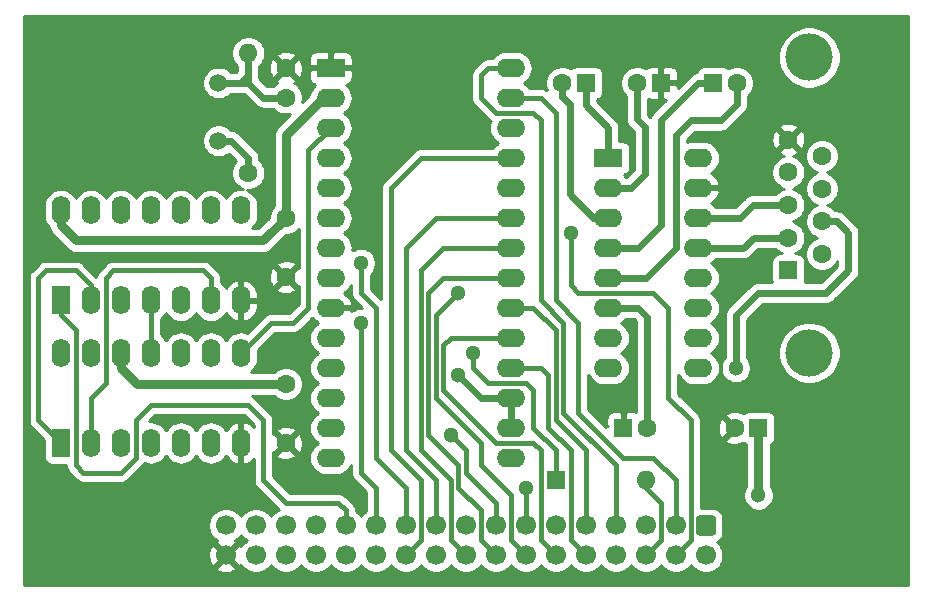
<source format=gbr>
%TF.GenerationSoftware,KiCad,Pcbnew,(5.1.10)-1*%
%TF.CreationDate,2022-01-30T13:23:49+01:00*%
%TF.ProjectId,ACIA,41434941-2e6b-4696-9361-645f70636258,1.0*%
%TF.SameCoordinates,PX6d01460PY60e4b00*%
%TF.FileFunction,Copper,L2,Bot*%
%TF.FilePolarity,Positive*%
%FSLAX46Y46*%
G04 Gerber Fmt 4.6, Leading zero omitted, Abs format (unit mm)*
G04 Created by KiCad (PCBNEW (5.1.10)-1) date 2022-01-30 13:23:49*
%MOMM*%
%LPD*%
G01*
G04 APERTURE LIST*
%TA.AperFunction,ComponentPad*%
%ADD10C,4.000000*%
%TD*%
%TA.AperFunction,ComponentPad*%
%ADD11C,1.600000*%
%TD*%
%TA.AperFunction,ComponentPad*%
%ADD12R,1.600000X1.600000*%
%TD*%
%TA.AperFunction,ComponentPad*%
%ADD13O,1.600000X1.600000*%
%TD*%
%TA.AperFunction,ComponentPad*%
%ADD14C,1.500000*%
%TD*%
%TA.AperFunction,ComponentPad*%
%ADD15O,2.400000X1.600000*%
%TD*%
%TA.AperFunction,ComponentPad*%
%ADD16R,2.400000X1.600000*%
%TD*%
%TA.AperFunction,ComponentPad*%
%ADD17O,1.600000X2.400000*%
%TD*%
%TA.AperFunction,ComponentPad*%
%ADD18R,1.600000X2.400000*%
%TD*%
%TA.AperFunction,ComponentPad*%
%ADD19C,1.700000*%
%TD*%
%TA.AperFunction,ViaPad*%
%ADD20C,1.300000*%
%TD*%
%TA.AperFunction,Conductor*%
%ADD21C,0.800000*%
%TD*%
%TA.AperFunction,Conductor*%
%ADD22C,0.400000*%
%TD*%
%TA.AperFunction,Conductor*%
%ADD23C,0.600000*%
%TD*%
%TA.AperFunction,Conductor*%
%ADD24C,0.254000*%
%TD*%
%TA.AperFunction,Conductor*%
%ADD25C,0.100000*%
%TD*%
G04 APERTURE END LIST*
D10*
%TO.P,J2,0*%
%TO.N,N/C*%
X67183000Y45339000D03*
X67183000Y20345000D03*
D11*
%TO.P,J2,9*%
%TO.N,Net-(J2-Pad9)*%
X68245000Y37000000D03*
%TO.P,J2,8*%
%TO.N,Net-(J2-Pad8)*%
X68245000Y34230000D03*
%TO.P,J2,7*%
%TO.N,Net-(J2-Pad7)*%
X68245000Y31460000D03*
%TO.P,J2,6*%
%TO.N,Net-(J2-Pad6)*%
X68245000Y28690000D03*
%TO.P,J2,5*%
%TO.N,GND*%
X65405000Y38385000D03*
%TO.P,J2,4*%
%TO.N,Net-(J2-Pad4)*%
X65405000Y35615000D03*
%TO.P,J2,3*%
%TO.N,Net-(J2-Pad3)*%
X65405000Y32845000D03*
%TO.P,J2,2*%
%TO.N,Net-(J2-Pad2)*%
X65405000Y30075000D03*
D12*
%TO.P,J2,1*%
%TO.N,Net-(J2-Pad1)*%
X65405000Y27305000D03*
%TD*%
D13*
%TO.P,R1,2*%
%TO.N,Net-(C8-Pad2)*%
X19685000Y45720000D03*
D11*
%TO.P,R1,1*%
%TO.N,Net-(R1-Pad1)*%
X19685000Y35560000D03*
%TD*%
%TO.P,C7,2*%
%TO.N,Net-(C7-Pad2)*%
X53435000Y13970000D03*
D12*
%TO.P,C7,1*%
%TO.N,GND*%
X51435000Y13970000D03*
%TD*%
D11*
%TO.P,C6,2*%
%TO.N,Net-(C6-Pad2)*%
X52610000Y43180000D03*
D12*
%TO.P,C6,1*%
%TO.N,GND*%
X54610000Y43180000D03*
%TD*%
D11*
%TO.P,C5,2*%
%TO.N,Net-(C5-Pad2)*%
X61055000Y43180000D03*
D12*
%TO.P,C5,1*%
%TO.N,Net-(C5-Pad1)*%
X59055000Y43180000D03*
%TD*%
D11*
%TO.P,C4,2*%
%TO.N,Net-(C4-Pad2)*%
X46260000Y43180000D03*
D12*
%TO.P,C4,1*%
%TO.N,Net-(C4-Pad1)*%
X48260000Y43180000D03*
%TD*%
D14*
%TO.P,Y1,2*%
%TO.N,Net-(R1-Pad1)*%
X17145000Y38280000D03*
%TO.P,Y1,1*%
%TO.N,Net-(C8-Pad2)*%
X17145000Y43180000D03*
%TD*%
D11*
%TO.P,C8,2*%
%TO.N,Net-(C8-Pad2)*%
X22860000Y41950000D03*
%TO.P,C8,1*%
%TO.N,GND*%
X22860000Y44450000D03*
%TD*%
D15*
%TO.P,U4,16*%
%TO.N,VCC*%
X57785000Y36830000D03*
%TO.P,U4,8*%
%TO.N,Net-(U4-Pad8)*%
X50165000Y19050000D03*
%TO.P,U4,15*%
%TO.N,GND*%
X57785000Y34290000D03*
%TO.P,U4,7*%
%TO.N,Net-(J2-Pad7)*%
X50165000Y21590000D03*
%TO.P,U4,14*%
%TO.N,Net-(J2-Pad3)*%
X57785000Y31750000D03*
%TO.P,U4,6*%
%TO.N,Net-(C7-Pad2)*%
X50165000Y24130000D03*
%TO.P,U4,13*%
%TO.N,Net-(J2-Pad2)*%
X57785000Y29210000D03*
%TO.P,U4,5*%
%TO.N,Net-(C5-Pad2)*%
X50165000Y26670000D03*
%TO.P,U4,12*%
%TO.N,Net-(U1-Pad12)*%
X57785000Y26670000D03*
%TO.P,U4,4*%
%TO.N,Net-(C5-Pad1)*%
X50165000Y29210000D03*
%TO.P,U4,11*%
%TO.N,Net-(U1-Pad10)*%
X57785000Y24130000D03*
%TO.P,U4,3*%
%TO.N,Net-(C4-Pad2)*%
X50165000Y31750000D03*
%TO.P,U4,10*%
%TO.N,Net-(U1-Pad8)*%
X57785000Y21590000D03*
%TO.P,U4,2*%
%TO.N,Net-(C6-Pad2)*%
X50165000Y34290000D03*
%TO.P,U4,9*%
%TO.N,Net-(U4-Pad9)*%
X57785000Y19050000D03*
D16*
%TO.P,U4,1*%
%TO.N,Net-(C4-Pad1)*%
X50165000Y36830000D03*
%TD*%
D17*
%TO.P,U2,14*%
%TO.N,VCC*%
X3810000Y32385000D03*
%TO.P,U2,7*%
%TO.N,GND*%
X19050000Y24765000D03*
%TO.P,U2,13*%
%TO.N,N/C*%
X6350000Y32385000D03*
%TO.P,U2,6*%
%TO.N,Net-(U2-Pad6)*%
X16510000Y24765000D03*
%TO.P,U2,12*%
%TO.N,N/C*%
X8890000Y32385000D03*
%TO.P,U2,5*%
%TO.N,/A6*%
X13970000Y24765000D03*
%TO.P,U2,11*%
%TO.N,N/C*%
X11430000Y32385000D03*
%TO.P,U2,4*%
%TO.N,Net-(U2-Pad4)*%
X11430000Y24765000D03*
%TO.P,U2,10*%
%TO.N,N/C*%
X13970000Y32385000D03*
%TO.P,U2,3*%
%TO.N,/~IO*%
X8890000Y24765000D03*
%TO.P,U2,9*%
%TO.N,/A5*%
X16510000Y32385000D03*
%TO.P,U2,2*%
%TO.N,Net-(U2-Pad2)*%
X6350000Y24765000D03*
%TO.P,U2,8*%
%TO.N,Net-(U2-Pad8)*%
X19050000Y32385000D03*
D18*
%TO.P,U2,1*%
%TO.N,/A7*%
X3810000Y24765000D03*
%TD*%
D15*
%TO.P,U1,28*%
%TO.N,/R_~W*%
X41910000Y44450000D03*
%TO.P,U1,14*%
%TO.N,/A1*%
X26670000Y11430000D03*
%TO.P,U1,27*%
%TO.N,/PHI2*%
X41910000Y41910000D03*
%TO.P,U1,13*%
%TO.N,/A0*%
X26670000Y13970000D03*
%TO.P,U1,26*%
%TO.N,Net-(U1-Pad26)*%
X41910000Y39370000D03*
%TO.P,U1,12*%
%TO.N,Net-(U1-Pad12)*%
X26670000Y16510000D03*
%TO.P,U1,25*%
%TO.N,/D7*%
X41910000Y36830000D03*
%TO.P,U1,11*%
%TO.N,Net-(U1-Pad11)*%
X26670000Y19050000D03*
%TO.P,U1,24*%
%TO.N,/D6*%
X41910000Y34290000D03*
%TO.P,U1,10*%
%TO.N,Net-(U1-Pad10)*%
X26670000Y21590000D03*
%TO.P,U1,23*%
%TO.N,/D5*%
X41910000Y31750000D03*
%TO.P,U1,9*%
%TO.N,GND*%
X26670000Y24130000D03*
%TO.P,U1,22*%
%TO.N,/D4*%
X41910000Y29210000D03*
%TO.P,U1,8*%
%TO.N,Net-(U1-Pad8)*%
X26670000Y26670000D03*
%TO.P,U1,21*%
%TO.N,/D3*%
X41910000Y26670000D03*
%TO.P,U1,7*%
%TO.N,Net-(R1-Pad1)*%
X26670000Y29210000D03*
%TO.P,U1,20*%
%TO.N,/D2*%
X41910000Y24130000D03*
%TO.P,U1,6*%
%TO.N,Net-(C8-Pad2)*%
X26670000Y31750000D03*
%TO.P,U1,19*%
%TO.N,/D1*%
X41910000Y21590000D03*
%TO.P,U1,5*%
%TO.N,Net-(U1-Pad5)*%
X26670000Y34290000D03*
%TO.P,U1,18*%
%TO.N,/D0*%
X41910000Y19050000D03*
%TO.P,U1,4*%
%TO.N,/~RESET*%
X26670000Y36830000D03*
%TO.P,U1,17*%
%TO.N,Net-(U1-Pad11)*%
X41910000Y16510000D03*
%TO.P,U1,3*%
%TO.N,Net-(D1-Pad1)*%
X26670000Y39370000D03*
%TO.P,U1,16*%
%TO.N,Net-(U1-Pad11)*%
X41910000Y13970000D03*
%TO.P,U1,2*%
%TO.N,VCC*%
X26670000Y41910000D03*
%TO.P,U1,15*%
X41910000Y11430000D03*
D16*
%TO.P,U1,1*%
%TO.N,GND*%
X26670000Y44450000D03*
%TD*%
D19*
%TO.P,J1,34*%
%TO.N,GND*%
X17780000Y3175000D03*
%TO.P,J1,32*%
%TO.N,/A11*%
X20320000Y3175000D03*
%TO.P,J1,30*%
%TO.N,/A12*%
X22860000Y3175000D03*
%TO.P,J1,28*%
%TO.N,/A13*%
X25400000Y3175000D03*
%TO.P,J1,26*%
%TO.N,/A14*%
X27940000Y3175000D03*
%TO.P,J1,24*%
%TO.N,/A15*%
X30480000Y3175000D03*
%TO.P,J1,22*%
%TO.N,/D7*%
X33020000Y3175000D03*
%TO.P,J1,20*%
%TO.N,/A4*%
X35560000Y3175000D03*
%TO.P,J1,18*%
%TO.N,/D4*%
X38100000Y3175000D03*
%TO.P,J1,16*%
%TO.N,/D3*%
X40640000Y3175000D03*
%TO.P,J1,14*%
%TO.N,/D6*%
X43180000Y3175000D03*
%TO.P,J1,12*%
%TO.N,/D1*%
X45720000Y3175000D03*
%TO.P,J1,10*%
%TO.N,/D0*%
X48260000Y3175000D03*
%TO.P,J1,8*%
%TO.N,/~IRQ*%
X50800000Y3175000D03*
%TO.P,J1,6*%
%TO.N,/~IOCTRL*%
X53340000Y3175000D03*
%TO.P,J1,4*%
%TO.N,/~RESET*%
X55880000Y3175000D03*
%TO.P,J1,2*%
%TO.N,/~ROMDIS*%
X58420000Y3175000D03*
%TO.P,J1,33*%
%TO.N,VCC*%
X17780000Y5715000D03*
%TO.P,J1,31*%
%TO.N,/A10*%
X20320000Y5715000D03*
%TO.P,J1,29*%
%TO.N,/A9*%
X22860000Y5715000D03*
%TO.P,J1,27*%
%TO.N,/A8*%
X25400000Y5715000D03*
%TO.P,J1,25*%
%TO.N,/A7*%
X27940000Y5715000D03*
%TO.P,J1,23*%
%TO.N,/A6*%
X30480000Y5715000D03*
%TO.P,J1,21*%
%TO.N,/A5*%
X33020000Y5715000D03*
%TO.P,J1,19*%
%TO.N,/D5*%
X35560000Y5715000D03*
%TO.P,J1,17*%
%TO.N,/A2*%
X38100000Y5715000D03*
%TO.P,J1,15*%
%TO.N,/A1*%
X40640000Y5715000D03*
%TO.P,J1,13*%
%TO.N,/A0*%
X43180000Y5715000D03*
%TO.P,J1,11*%
%TO.N,/A3*%
X45720000Y5715000D03*
%TO.P,J1,9*%
%TO.N,/D2*%
X48260000Y5715000D03*
%TO.P,J1,7*%
%TO.N,/R_~W*%
X50800000Y5715000D03*
%TO.P,J1,5*%
%TO.N,/~IO*%
X53340000Y5715000D03*
%TO.P,J1,3*%
%TO.N,/PHI2*%
X55880000Y5715000D03*
%TO.P,J1,1*%
%TO.N,/~MAP*%
%TA.AperFunction,ComponentPad*%
G36*
G01*
X57820000Y6565000D02*
X59020000Y6565000D01*
G75*
G02*
X59270000Y6315000I0J-250000D01*
G01*
X59270000Y5115000D01*
G75*
G02*
X59020000Y4865000I-250000J0D01*
G01*
X57820000Y4865000D01*
G75*
G02*
X57570000Y5115000I0J250000D01*
G01*
X57570000Y6315000D01*
G75*
G02*
X57820000Y6565000I250000J0D01*
G01*
G37*
%TD.AperFunction*%
%TD*%
D13*
%TO.P,D1,2*%
%TO.N,/~IOCTRL*%
X53340000Y9525000D03*
D12*
%TO.P,D1,1*%
%TO.N,Net-(D1-Pad1)*%
X45720000Y9525000D03*
%TD*%
D11*
%TO.P,C3,2*%
%TO.N,VCC*%
X22860000Y17700000D03*
%TO.P,C3,1*%
%TO.N,GND*%
X22860000Y12700000D03*
%TD*%
%TO.P,C2,2*%
%TO.N,VCC*%
X22860000Y31750000D03*
%TO.P,C2,1*%
%TO.N,GND*%
X22860000Y26750000D03*
%TD*%
D17*
%TO.P,U3,14*%
%TO.N,VCC*%
X3810000Y20320000D03*
%TO.P,U3,7*%
%TO.N,GND*%
X19050000Y12700000D03*
%TO.P,U3,13*%
%TO.N,N/C*%
X6350000Y20320000D03*
%TO.P,U3,6*%
%TO.N,/A3*%
X16510000Y12700000D03*
%TO.P,U3,12*%
%TO.N,VCC*%
X8890000Y20320000D03*
%TO.P,U3,5*%
%TO.N,/A2*%
X13970000Y12700000D03*
%TO.P,U3,11*%
%TO.N,Net-(U2-Pad4)*%
X11430000Y20320000D03*
%TO.P,U3,4*%
%TO.N,/A4*%
X11430000Y12700000D03*
%TO.P,U3,10*%
%TO.N,N/C*%
X13970000Y20320000D03*
%TO.P,U3,3*%
%TO.N,Net-(U2-Pad8)*%
X8890000Y12700000D03*
%TO.P,U3,9*%
%TO.N,N/C*%
X16510000Y20320000D03*
%TO.P,U3,2*%
%TO.N,Net-(U2-Pad6)*%
X6350000Y12700000D03*
%TO.P,U3,8*%
%TO.N,Net-(D1-Pad1)*%
X19050000Y20320000D03*
D18*
%TO.P,U3,1*%
%TO.N,Net-(U2-Pad2)*%
X3810000Y12700000D03*
%TD*%
D11*
%TO.P,C1,2*%
%TO.N,GND*%
X60865000Y13970000D03*
D12*
%TO.P,C1,1*%
%TO.N,VCC*%
X62865000Y13970000D03*
%TD*%
D20*
%TO.N,VCC*%
X62865000Y8255000D03*
%TO.N,/~RESET*%
X46990000Y30480000D03*
%TO.N,/D6*%
X37465000Y25400000D03*
%TO.N,/A0*%
X43180000Y8890000D03*
%TO.N,/A1*%
X36830000Y13335000D03*
%TO.N,/A5*%
X29210000Y27940000D03*
%TO.N,/A6*%
X29210000Y22860000D03*
%TO.N,Net-(D1-Pad1)*%
X38735000Y20320000D03*
%TO.N,Net-(U1-Pad11)*%
X37465000Y18415000D03*
%TO.N,Net-(J2-Pad7)*%
X60960000Y19050000D03*
%TD*%
D21*
%TO.N,VCC*%
X22860000Y17700000D02*
X10240000Y17700000D01*
X8890000Y19050000D02*
X8890000Y20320000D01*
X10240000Y17700000D02*
X8890000Y19050000D01*
X3810000Y32385000D02*
X3810000Y31115000D01*
X3810000Y31115000D02*
X5080000Y29845000D01*
X20955000Y29845000D02*
X22860000Y31750000D01*
X5080000Y29845000D02*
X20955000Y29845000D01*
X26670000Y41910000D02*
X26035000Y41910000D01*
X22860000Y38735000D02*
X22860000Y31750000D01*
X26035000Y41910000D02*
X22860000Y38735000D01*
X62865000Y8255000D02*
X62865000Y13970000D01*
D22*
%TO.N,/~RESET*%
X57150000Y4445000D02*
X55880000Y3175000D01*
X46990000Y30480000D02*
X46990000Y26035000D01*
X53975000Y25400000D02*
X55245000Y24130000D01*
X46990000Y26035000D02*
X47625000Y25400000D01*
X47625000Y25400000D02*
X53975000Y25400000D01*
X55245000Y24130000D02*
X55245000Y16510000D01*
X55245000Y16510000D02*
X57150000Y14605000D01*
X57150000Y14605000D02*
X57150000Y4445000D01*
%TO.N,/D0*%
X46990000Y4445000D02*
X48260000Y3175000D01*
X44450000Y19050000D02*
X45085000Y18415000D01*
X41910000Y19050000D02*
X44450000Y19050000D01*
X46990000Y12065000D02*
X45085000Y13970000D01*
X46990000Y4445000D02*
X46990000Y12065000D01*
X45085000Y18415000D02*
X45085000Y13970000D01*
%TO.N,/D1*%
X44450000Y4445000D02*
X45720000Y3175000D01*
X43815000Y12700000D02*
X44450000Y12065000D01*
X40640000Y12700000D02*
X43815000Y12700000D01*
X36195000Y17145000D02*
X40640000Y12700000D01*
X36195000Y20955000D02*
X36195000Y17145000D01*
X36830000Y21590000D02*
X36195000Y20955000D01*
X44450000Y12065000D02*
X44450000Y4445000D01*
X41910000Y21590000D02*
X36830000Y21590000D01*
%TO.N,/D2*%
X43815000Y24130000D02*
X41910000Y24130000D01*
X45720000Y22225000D02*
X43815000Y24130000D01*
X45720000Y14605000D02*
X45720000Y22225000D01*
X48260000Y12065000D02*
X45720000Y14605000D01*
X48260000Y5715000D02*
X48260000Y12065000D01*
%TO.N,/D3*%
X39370000Y4445000D02*
X40640000Y3175000D01*
X39370000Y6985000D02*
X39370000Y4445000D01*
X37465000Y10795000D02*
X37465000Y8890000D01*
X34925000Y25400000D02*
X34925000Y13335000D01*
X34925000Y13335000D02*
X37465000Y10795000D01*
X36195000Y26670000D02*
X34925000Y25400000D01*
X37465000Y8890000D02*
X39370000Y6985000D01*
X41910000Y26670000D02*
X36195000Y26670000D01*
%TO.N,/D4*%
X36195000Y29210000D02*
X41910000Y29210000D01*
X34290000Y27305000D02*
X36195000Y29210000D01*
X34290000Y12065000D02*
X34290000Y27305000D01*
X36830000Y9525000D02*
X34290000Y12065000D01*
X36830000Y4445000D02*
X36830000Y9525000D01*
X38100000Y3175000D02*
X36830000Y4445000D01*
%TO.N,/D5*%
X35560000Y5715000D02*
X35560000Y9525000D01*
X35560000Y9525000D02*
X33020000Y12065000D01*
X33020000Y12065000D02*
X33020000Y29210000D01*
X35560000Y31750000D02*
X41910000Y31750000D01*
X33020000Y29210000D02*
X35560000Y31750000D01*
%TO.N,/D6*%
X35560000Y23495000D02*
X37465000Y25400000D01*
X35560000Y16510000D02*
X35560000Y23495000D01*
X39370000Y12700000D02*
X35560000Y16510000D01*
X39370000Y10795000D02*
X39370000Y12700000D01*
X41910000Y8255000D02*
X39370000Y10795000D01*
X41910000Y4445000D02*
X41910000Y8255000D01*
X43180000Y3175000D02*
X41910000Y4445000D01*
%TO.N,/D7*%
X34290000Y36830000D02*
X41910000Y36830000D01*
X31750000Y34290000D02*
X34290000Y36830000D01*
X34290000Y9525000D02*
X31750000Y12065000D01*
X34290000Y4445000D02*
X34290000Y9525000D01*
X31750000Y12065000D02*
X31750000Y34290000D01*
X33020000Y3175000D02*
X34290000Y4445000D01*
%TO.N,/A0*%
X43180000Y8890000D02*
X43180000Y5715000D01*
%TO.N,/A1*%
X40640000Y7620000D02*
X40640000Y5715000D01*
X38100000Y10160000D02*
X40640000Y7620000D01*
X38100000Y12065000D02*
X38100000Y10160000D01*
X36830000Y13335000D02*
X38100000Y12065000D01*
%TO.N,/A5*%
X29210000Y27940000D02*
X29210000Y25400000D01*
X29210000Y25400000D02*
X30480000Y24130000D01*
X30480000Y11430000D02*
X33020000Y8890000D01*
X30480000Y24130000D02*
X30480000Y11430000D01*
X33020000Y8890000D02*
X33020000Y5715000D01*
%TO.N,/A6*%
X29210000Y10160000D02*
X30480000Y8890000D01*
X29210000Y22860000D02*
X29210000Y10160000D01*
X30480000Y5715000D02*
X30480000Y8890000D01*
%TO.N,/A7*%
X3810000Y23495000D02*
X3810000Y24765000D01*
X5080000Y22225000D02*
X3810000Y23495000D01*
X27940000Y5715000D02*
X27940000Y6985000D01*
X27940000Y6985000D02*
X27305000Y7620000D01*
X10160000Y14605000D02*
X10160000Y11430000D01*
X27305000Y7620000D02*
X22860000Y7620000D01*
X22860000Y7620000D02*
X20955000Y9525000D01*
X20955000Y9525000D02*
X20955000Y14605000D01*
X20955000Y14605000D02*
X19685000Y15875000D01*
X19685000Y15875000D02*
X11430000Y15875000D01*
X11430000Y15875000D02*
X10160000Y14605000D01*
X10160000Y11430000D02*
X8890000Y10160000D01*
X8890000Y10160000D02*
X5715000Y10160000D01*
X5715000Y10160000D02*
X5080000Y10795000D01*
X5080000Y10795000D02*
X5080000Y22225000D01*
D23*
%TO.N,Net-(C4-Pad2)*%
X48895000Y31750000D02*
X50165000Y31750000D01*
X46895000Y33750000D02*
X48895000Y31750000D01*
X46895000Y40545000D02*
X46895000Y41370000D01*
X46895000Y40545000D02*
X46895000Y33750000D01*
X46260000Y42005000D02*
X46260000Y43180000D01*
X46895000Y41370000D02*
X46260000Y42005000D01*
%TO.N,Net-(C5-Pad2)*%
X57150000Y40005000D02*
X59690000Y40005000D01*
X55880000Y38735000D02*
X57150000Y40005000D01*
X55880000Y29210000D02*
X55880000Y38735000D01*
X53340000Y26670000D02*
X55880000Y29210000D01*
X50165000Y26670000D02*
X53340000Y26670000D01*
X61055000Y41370000D02*
X60642500Y40957500D01*
X61055000Y43180000D02*
X61055000Y41370000D01*
X59690000Y40005000D02*
X60642500Y40957500D01*
%TO.N,Net-(C6-Pad2)*%
X52070000Y34290000D02*
X50165000Y34290000D01*
X53245000Y35465000D02*
X52070000Y34290000D01*
X53245000Y37560000D02*
X53245000Y39465000D01*
X53245000Y37560000D02*
X53245000Y35465000D01*
X52610000Y40100000D02*
X52610000Y43180000D01*
X53245000Y39465000D02*
X52610000Y40100000D01*
D22*
%TO.N,/~IOCTRL*%
X53340000Y9525000D02*
X53340000Y8890000D01*
X53340000Y8890000D02*
X54610000Y7620000D01*
X54610000Y4445000D02*
X53340000Y3175000D01*
X54610000Y7620000D02*
X54610000Y4445000D01*
%TO.N,Net-(D1-Pad1)*%
X21590000Y22860000D02*
X19050000Y20320000D01*
X24765000Y37465000D02*
X26670000Y39370000D01*
X23495000Y22860000D02*
X24765000Y24130000D01*
X24765000Y24130000D02*
X24765000Y37465000D01*
X23495000Y22860000D02*
X21590000Y22860000D01*
X38735000Y20320000D02*
X38735000Y19050000D01*
X38735000Y19050000D02*
X40005000Y17780000D01*
X40005000Y17780000D02*
X43180000Y17780000D01*
X43180000Y17780000D02*
X43815000Y17145000D01*
X43815000Y17145000D02*
X43815000Y13970000D01*
X43815000Y13970000D02*
X45720000Y12065000D01*
X45720000Y12065000D02*
X45720000Y9525000D01*
%TO.N,/R_~W*%
X40005000Y44450000D02*
X41910000Y44450000D01*
X39370000Y43815000D02*
X40005000Y44450000D01*
X39370000Y41910000D02*
X39370000Y43815000D01*
X44450000Y24765000D02*
X44450000Y40005000D01*
X40640000Y40640000D02*
X39370000Y41910000D01*
X46355000Y22860000D02*
X44450000Y24765000D01*
X44450000Y40005000D02*
X43815000Y40640000D01*
X46355000Y15240000D02*
X46355000Y22860000D01*
X43815000Y40640000D02*
X40640000Y40640000D01*
X50800000Y10795000D02*
X46355000Y15240000D01*
X50800000Y5715000D02*
X50800000Y10795000D01*
%TO.N,/PHI2*%
X44450000Y41910000D02*
X41910000Y41910000D01*
X45720000Y24765000D02*
X45720000Y40640000D01*
X47625000Y22860000D02*
X45720000Y24765000D01*
X47625000Y15240000D02*
X47625000Y22860000D01*
X51435000Y11430000D02*
X47625000Y15240000D01*
X53975000Y11430000D02*
X51435000Y11430000D01*
X55880000Y9525000D02*
X53975000Y11430000D01*
X45720000Y40640000D02*
X44450000Y41910000D01*
X55880000Y5715000D02*
X55880000Y9525000D01*
D23*
%TO.N,Net-(C7-Pad2)*%
X50165000Y24130000D02*
X52705000Y24130000D01*
X53435000Y23400000D02*
X53435000Y13970000D01*
X52705000Y24130000D02*
X53435000Y23400000D01*
D22*
%TO.N,Net-(U2-Pad6)*%
X6350000Y12700000D02*
X6350000Y16510000D01*
X6350000Y16510000D02*
X7620000Y17780000D01*
X7620000Y17780000D02*
X7620000Y26670000D01*
X7620000Y26670000D02*
X8255000Y27305000D01*
X8255000Y27305000D02*
X15875000Y27305000D01*
X16510000Y26670000D02*
X16510000Y24765000D01*
X15875000Y27305000D02*
X16510000Y26670000D01*
%TO.N,Net-(U2-Pad2)*%
X6350000Y24765000D02*
X6350000Y26035000D01*
X6350000Y26035000D02*
X5080000Y27305000D01*
X5080000Y27305000D02*
X2540000Y27305000D01*
X2540000Y27305000D02*
X1905000Y26670000D01*
X1905000Y14605000D02*
X3810000Y12700000D01*
X1905000Y26670000D02*
X1905000Y14605000D01*
D23*
%TO.N,Net-(C4-Pad1)*%
X50165000Y36830000D02*
X50165000Y39370000D01*
X48260000Y41275000D02*
X48260000Y43180000D01*
X50165000Y39370000D02*
X48260000Y41275000D01*
%TO.N,Net-(C5-Pad1)*%
X52705000Y29210000D02*
X50165000Y29210000D01*
X54610000Y31115000D02*
X52705000Y29210000D01*
X54610000Y40005000D02*
X54610000Y31115000D01*
X57785000Y43180000D02*
X59055000Y43180000D01*
X54610000Y40005000D02*
X57785000Y43180000D01*
%TO.N,Net-(U1-Pad11)*%
X41910000Y16510000D02*
X41910000Y13970000D01*
X39370000Y16510000D02*
X37465000Y18415000D01*
X41910000Y16510000D02*
X39370000Y16510000D01*
D22*
%TO.N,Net-(U2-Pad4)*%
X11430000Y24765000D02*
X11430000Y20320000D01*
D23*
%TO.N,Net-(J2-Pad2)*%
X57785000Y29210000D02*
X61595000Y29210000D01*
X62460000Y30075000D02*
X65405000Y30075000D01*
X61595000Y29210000D02*
X62460000Y30075000D01*
%TO.N,Net-(J2-Pad3)*%
X61310000Y31750000D02*
X62405000Y32845000D01*
X57785000Y31750000D02*
X61310000Y31750000D01*
X65405000Y32845000D02*
X62405000Y32845000D01*
%TO.N,Net-(J2-Pad7)*%
X70485000Y30480000D02*
X69505000Y31460000D01*
X70485000Y27305000D02*
X70485000Y30480000D01*
X62865000Y25400000D02*
X68580000Y25400000D01*
X68580000Y25400000D02*
X70485000Y27305000D01*
X60960000Y23495000D02*
X62865000Y25400000D01*
X69505000Y31460000D02*
X68245000Y31460000D01*
X60960000Y19050000D02*
X60960000Y23495000D01*
%TO.N,Net-(C8-Pad2)*%
X17145000Y43180000D02*
X19050000Y43180000D01*
X19685000Y43815000D02*
X19685000Y45720000D01*
X19050000Y43180000D02*
X19685000Y43815000D01*
X22860000Y41950000D02*
X20915000Y41950000D01*
X19685000Y43180000D02*
X17145000Y43180000D01*
X20915000Y41950000D02*
X19685000Y43180000D01*
X19685000Y45720000D02*
X19685000Y43180000D01*
%TO.N,Net-(R1-Pad1)*%
X17145000Y38280000D02*
X18235000Y38280000D01*
X19685000Y36830000D02*
X19685000Y35560000D01*
X18235000Y38280000D02*
X19685000Y36830000D01*
%TD*%
D24*
%TO.N,GND*%
X75540000Y660000D02*
X660000Y660000D01*
X660000Y2146603D01*
X16931208Y2146603D01*
X17008843Y1897528D01*
X17272883Y1771629D01*
X17556411Y1699661D01*
X17848531Y1684389D01*
X18138019Y1726401D01*
X18413747Y1824081D01*
X18551157Y1897528D01*
X18628792Y2146603D01*
X17780000Y2995395D01*
X16931208Y2146603D01*
X660000Y2146603D01*
X660000Y3106469D01*
X16289389Y3106469D01*
X16331401Y2816981D01*
X16429081Y2541253D01*
X16502528Y2403843D01*
X16751603Y2326208D01*
X17600395Y3175000D01*
X16751603Y4023792D01*
X16502528Y3946157D01*
X16376629Y3682117D01*
X16304661Y3398589D01*
X16289389Y3106469D01*
X660000Y3106469D01*
X660000Y26670000D01*
X1065960Y26670000D01*
X1070000Y26628981D01*
X1070001Y14646029D01*
X1065960Y14605000D01*
X1082082Y14441312D01*
X1129828Y14283914D01*
X1207364Y14138855D01*
X1217668Y14126300D01*
X1311710Y14011709D01*
X1343574Y13985559D01*
X2371928Y12957204D01*
X2371928Y11500000D01*
X2384188Y11375518D01*
X2420498Y11255820D01*
X2479463Y11145506D01*
X2558815Y11048815D01*
X2655506Y10969463D01*
X2765820Y10910498D01*
X2885518Y10874188D01*
X3010000Y10861928D01*
X4245000Y10861928D01*
X4245000Y10836019D01*
X4240960Y10795000D01*
X4245000Y10753982D01*
X4257082Y10631312D01*
X4304828Y10473914D01*
X4382364Y10328855D01*
X4486709Y10201709D01*
X4518578Y10175555D01*
X5095562Y9598569D01*
X5121709Y9566709D01*
X5153568Y9540563D01*
X5153570Y9540561D01*
X5248854Y9462364D01*
X5393913Y9384828D01*
X5551311Y9337082D01*
X5673981Y9325000D01*
X5673982Y9325000D01*
X5715000Y9320960D01*
X5756018Y9325000D01*
X8848982Y9325000D01*
X8890000Y9320960D01*
X8931018Y9325000D01*
X8931019Y9325000D01*
X9053689Y9337082D01*
X9211087Y9384828D01*
X9356146Y9462364D01*
X9483291Y9566709D01*
X9509446Y9598579D01*
X10721426Y10810558D01*
X10753291Y10836709D01*
X10857636Y10963854D01*
X10863852Y10975483D01*
X10878193Y10967818D01*
X11148692Y10885764D01*
X11430000Y10858057D01*
X11711309Y10885764D01*
X11981808Y10967818D01*
X12231101Y11101068D01*
X12449608Y11280392D01*
X12628932Y11498899D01*
X12700000Y11631858D01*
X12771068Y11498899D01*
X12950393Y11280392D01*
X13168900Y11101068D01*
X13418193Y10967818D01*
X13688692Y10885764D01*
X13970000Y10858057D01*
X14251309Y10885764D01*
X14521808Y10967818D01*
X14771101Y11101068D01*
X14989608Y11280392D01*
X15168932Y11498899D01*
X15240000Y11631858D01*
X15311068Y11498899D01*
X15490393Y11280392D01*
X15708900Y11101068D01*
X15958193Y10967818D01*
X16228692Y10885764D01*
X16510000Y10858057D01*
X16791309Y10885764D01*
X17061808Y10967818D01*
X17311101Y11101068D01*
X17529608Y11280392D01*
X17708932Y11498899D01*
X17777265Y11626741D01*
X17927399Y11397161D01*
X18125105Y11195500D01*
X18358354Y11036285D01*
X18618182Y10925633D01*
X18700961Y10908096D01*
X18923000Y11030085D01*
X18923000Y12573000D01*
X18903000Y12573000D01*
X18903000Y12827000D01*
X18923000Y12827000D01*
X18923000Y14369915D01*
X18700961Y14491904D01*
X18618182Y14474367D01*
X18358354Y14363715D01*
X18125105Y14204500D01*
X17927399Y14002839D01*
X17777265Y13773259D01*
X17708932Y13901101D01*
X17529607Y14119608D01*
X17311100Y14298932D01*
X17061807Y14432182D01*
X16791308Y14514236D01*
X16510000Y14541943D01*
X16228691Y14514236D01*
X15958192Y14432182D01*
X15708899Y14298932D01*
X15490392Y14119607D01*
X15311068Y13901100D01*
X15240000Y13768142D01*
X15168932Y13901101D01*
X14989607Y14119608D01*
X14771100Y14298932D01*
X14521807Y14432182D01*
X14251308Y14514236D01*
X13970000Y14541943D01*
X13688691Y14514236D01*
X13418192Y14432182D01*
X13168899Y14298932D01*
X12950392Y14119607D01*
X12771068Y13901100D01*
X12700000Y13768142D01*
X12628932Y13901101D01*
X12449607Y14119608D01*
X12231100Y14298932D01*
X11981807Y14432182D01*
X11711308Y14514236D01*
X11430000Y14541943D01*
X11261183Y14525316D01*
X11775868Y15040000D01*
X19339133Y15040000D01*
X20120001Y14259131D01*
X20120001Y14056491D01*
X19974895Y14204500D01*
X19741646Y14363715D01*
X19481818Y14474367D01*
X19399039Y14491904D01*
X19177000Y14369915D01*
X19177000Y12827000D01*
X19197000Y12827000D01*
X19197000Y12573000D01*
X19177000Y12573000D01*
X19177000Y11030085D01*
X19399039Y10908096D01*
X19481818Y10925633D01*
X19741646Y11036285D01*
X19974895Y11195500D01*
X20120000Y11343508D01*
X20120000Y9566019D01*
X20115960Y9525000D01*
X20120000Y9483982D01*
X20132082Y9361312D01*
X20179828Y9203914D01*
X20257364Y9058855D01*
X20361709Y8931709D01*
X20393579Y8905554D01*
X22235468Y7063663D01*
X22156589Y7030990D01*
X21913368Y6868475D01*
X21706525Y6661632D01*
X21590000Y6487240D01*
X21473475Y6661632D01*
X21266632Y6868475D01*
X21023411Y7030990D01*
X20753158Y7142932D01*
X20466260Y7200000D01*
X20173740Y7200000D01*
X19886842Y7142932D01*
X19616589Y7030990D01*
X19373368Y6868475D01*
X19166525Y6661632D01*
X19050000Y6487240D01*
X18933475Y6661632D01*
X18726632Y6868475D01*
X18483411Y7030990D01*
X18213158Y7142932D01*
X17926260Y7200000D01*
X17633740Y7200000D01*
X17346842Y7142932D01*
X17076589Y7030990D01*
X16833368Y6868475D01*
X16626525Y6661632D01*
X16464010Y6418411D01*
X16352068Y6148158D01*
X16295000Y5861260D01*
X16295000Y5568740D01*
X16352068Y5281842D01*
X16464010Y5011589D01*
X16626525Y4768368D01*
X16833368Y4561525D01*
X17006729Y4445689D01*
X16931208Y4203397D01*
X17780000Y3354605D01*
X18628792Y4203397D01*
X18553271Y4445689D01*
X18726632Y4561525D01*
X18933475Y4768368D01*
X19050000Y4942760D01*
X19166525Y4768368D01*
X19373368Y4561525D01*
X19547760Y4445000D01*
X19373368Y4328475D01*
X19166525Y4121632D01*
X19050689Y3948271D01*
X18808397Y4023792D01*
X17959605Y3175000D01*
X18808397Y2326208D01*
X19050689Y2401729D01*
X19166525Y2228368D01*
X19373368Y2021525D01*
X19616589Y1859010D01*
X19886842Y1747068D01*
X20173740Y1690000D01*
X20466260Y1690000D01*
X20753158Y1747068D01*
X21023411Y1859010D01*
X21266632Y2021525D01*
X21473475Y2228368D01*
X21590000Y2402760D01*
X21706525Y2228368D01*
X21913368Y2021525D01*
X22156589Y1859010D01*
X22426842Y1747068D01*
X22713740Y1690000D01*
X23006260Y1690000D01*
X23293158Y1747068D01*
X23563411Y1859010D01*
X23806632Y2021525D01*
X24013475Y2228368D01*
X24130000Y2402760D01*
X24246525Y2228368D01*
X24453368Y2021525D01*
X24696589Y1859010D01*
X24966842Y1747068D01*
X25253740Y1690000D01*
X25546260Y1690000D01*
X25833158Y1747068D01*
X26103411Y1859010D01*
X26346632Y2021525D01*
X26553475Y2228368D01*
X26670000Y2402760D01*
X26786525Y2228368D01*
X26993368Y2021525D01*
X27236589Y1859010D01*
X27506842Y1747068D01*
X27793740Y1690000D01*
X28086260Y1690000D01*
X28373158Y1747068D01*
X28643411Y1859010D01*
X28886632Y2021525D01*
X29093475Y2228368D01*
X29210000Y2402760D01*
X29326525Y2228368D01*
X29533368Y2021525D01*
X29776589Y1859010D01*
X30046842Y1747068D01*
X30333740Y1690000D01*
X30626260Y1690000D01*
X30913158Y1747068D01*
X31183411Y1859010D01*
X31426632Y2021525D01*
X31633475Y2228368D01*
X31750000Y2402760D01*
X31866525Y2228368D01*
X32073368Y2021525D01*
X32316589Y1859010D01*
X32586842Y1747068D01*
X32873740Y1690000D01*
X33166260Y1690000D01*
X33453158Y1747068D01*
X33723411Y1859010D01*
X33966632Y2021525D01*
X34173475Y2228368D01*
X34290000Y2402760D01*
X34406525Y2228368D01*
X34613368Y2021525D01*
X34856589Y1859010D01*
X35126842Y1747068D01*
X35413740Y1690000D01*
X35706260Y1690000D01*
X35993158Y1747068D01*
X36263411Y1859010D01*
X36506632Y2021525D01*
X36713475Y2228368D01*
X36830000Y2402760D01*
X36946525Y2228368D01*
X37153368Y2021525D01*
X37396589Y1859010D01*
X37666842Y1747068D01*
X37953740Y1690000D01*
X38246260Y1690000D01*
X38533158Y1747068D01*
X38803411Y1859010D01*
X39046632Y2021525D01*
X39253475Y2228368D01*
X39370000Y2402760D01*
X39486525Y2228368D01*
X39693368Y2021525D01*
X39936589Y1859010D01*
X40206842Y1747068D01*
X40493740Y1690000D01*
X40786260Y1690000D01*
X41073158Y1747068D01*
X41343411Y1859010D01*
X41586632Y2021525D01*
X41793475Y2228368D01*
X41910000Y2402760D01*
X42026525Y2228368D01*
X42233368Y2021525D01*
X42476589Y1859010D01*
X42746842Y1747068D01*
X43033740Y1690000D01*
X43326260Y1690000D01*
X43613158Y1747068D01*
X43883411Y1859010D01*
X44126632Y2021525D01*
X44333475Y2228368D01*
X44450000Y2402760D01*
X44566525Y2228368D01*
X44773368Y2021525D01*
X45016589Y1859010D01*
X45286842Y1747068D01*
X45573740Y1690000D01*
X45866260Y1690000D01*
X46153158Y1747068D01*
X46423411Y1859010D01*
X46666632Y2021525D01*
X46873475Y2228368D01*
X46990000Y2402760D01*
X47106525Y2228368D01*
X47313368Y2021525D01*
X47556589Y1859010D01*
X47826842Y1747068D01*
X48113740Y1690000D01*
X48406260Y1690000D01*
X48693158Y1747068D01*
X48963411Y1859010D01*
X49206632Y2021525D01*
X49413475Y2228368D01*
X49530000Y2402760D01*
X49646525Y2228368D01*
X49853368Y2021525D01*
X50096589Y1859010D01*
X50366842Y1747068D01*
X50653740Y1690000D01*
X50946260Y1690000D01*
X51233158Y1747068D01*
X51503411Y1859010D01*
X51746632Y2021525D01*
X51953475Y2228368D01*
X52070000Y2402760D01*
X52186525Y2228368D01*
X52393368Y2021525D01*
X52636589Y1859010D01*
X52906842Y1747068D01*
X53193740Y1690000D01*
X53486260Y1690000D01*
X53773158Y1747068D01*
X54043411Y1859010D01*
X54286632Y2021525D01*
X54493475Y2228368D01*
X54610000Y2402760D01*
X54726525Y2228368D01*
X54933368Y2021525D01*
X55176589Y1859010D01*
X55446842Y1747068D01*
X55733740Y1690000D01*
X56026260Y1690000D01*
X56313158Y1747068D01*
X56583411Y1859010D01*
X56826632Y2021525D01*
X57033475Y2228368D01*
X57150000Y2402760D01*
X57266525Y2228368D01*
X57473368Y2021525D01*
X57716589Y1859010D01*
X57986842Y1747068D01*
X58273740Y1690000D01*
X58566260Y1690000D01*
X58853158Y1747068D01*
X59123411Y1859010D01*
X59366632Y2021525D01*
X59573475Y2228368D01*
X59735990Y2471589D01*
X59847932Y2741842D01*
X59905000Y3028740D01*
X59905000Y3321260D01*
X59847932Y3608158D01*
X59735990Y3878411D01*
X59573475Y4121632D01*
X59386392Y4308715D01*
X59513386Y4376595D01*
X59647962Y4487038D01*
X59758405Y4621614D01*
X59840472Y4775150D01*
X59891008Y4941746D01*
X59908072Y5115000D01*
X59908072Y6315000D01*
X59891008Y6488254D01*
X59840472Y6654850D01*
X59758405Y6808386D01*
X59647962Y6942962D01*
X59513386Y7053405D01*
X59359850Y7135472D01*
X59193254Y7186008D01*
X59020000Y7203072D01*
X57985000Y7203072D01*
X57985000Y13899488D01*
X59424783Y13899488D01*
X59466213Y13619870D01*
X59561397Y13353708D01*
X59628329Y13228486D01*
X59872298Y13156903D01*
X60685395Y13970000D01*
X59872298Y14783097D01*
X59628329Y14711514D01*
X59507429Y14456004D01*
X59438700Y14181816D01*
X59424783Y13899488D01*
X57985000Y13899488D01*
X57985000Y14563982D01*
X57989040Y14605000D01*
X57972918Y14768689D01*
X57925172Y14926087D01*
X57905601Y14962702D01*
X60051903Y14962702D01*
X60865000Y14149605D01*
X60879143Y14163747D01*
X61058748Y13984142D01*
X61044605Y13970000D01*
X61058748Y13955857D01*
X60879143Y13776252D01*
X60865000Y13790395D01*
X60051903Y12977298D01*
X60123486Y12733329D01*
X60378996Y12612429D01*
X60653184Y12543700D01*
X60935512Y12529783D01*
X61215130Y12571213D01*
X61481292Y12666397D01*
X61603309Y12731616D01*
X61613815Y12718815D01*
X61710506Y12639463D01*
X61820820Y12580498D01*
X61830001Y12577713D01*
X61830000Y9018953D01*
X61726247Y8863676D01*
X61629381Y8629821D01*
X61580000Y8381561D01*
X61580000Y8128439D01*
X61629381Y7880179D01*
X61726247Y7646324D01*
X61866875Y7435860D01*
X62045860Y7256875D01*
X62256324Y7116247D01*
X62490179Y7019381D01*
X62738439Y6970000D01*
X62991561Y6970000D01*
X63239821Y7019381D01*
X63473676Y7116247D01*
X63684140Y7256875D01*
X63863125Y7435860D01*
X64003753Y7646324D01*
X64100619Y7880179D01*
X64150000Y8128439D01*
X64150000Y8381561D01*
X64100619Y8629821D01*
X64003753Y8863676D01*
X63900000Y9018953D01*
X63900000Y12577713D01*
X63909180Y12580498D01*
X64019494Y12639463D01*
X64116185Y12718815D01*
X64195537Y12815506D01*
X64254502Y12925820D01*
X64290812Y13045518D01*
X64303072Y13170000D01*
X64303072Y14770000D01*
X64290812Y14894482D01*
X64254502Y15014180D01*
X64195537Y15124494D01*
X64116185Y15221185D01*
X64019494Y15300537D01*
X63909180Y15359502D01*
X63789482Y15395812D01*
X63665000Y15408072D01*
X62065000Y15408072D01*
X61940518Y15395812D01*
X61820820Y15359502D01*
X61710506Y15300537D01*
X61613815Y15221185D01*
X61603193Y15208242D01*
X61351004Y15327571D01*
X61076816Y15396300D01*
X60794488Y15410217D01*
X60514870Y15368787D01*
X60248708Y15273603D01*
X60123486Y15206671D01*
X60051903Y14962702D01*
X57905601Y14962702D01*
X57847636Y15071146D01*
X57769439Y15166430D01*
X57769437Y15166432D01*
X57743291Y15198291D01*
X57711433Y15224436D01*
X56080000Y16855867D01*
X56080000Y18447338D01*
X56186068Y18248899D01*
X56365392Y18030392D01*
X56583899Y17851068D01*
X56833192Y17717818D01*
X57103691Y17635764D01*
X57314508Y17615000D01*
X58255492Y17615000D01*
X58466309Y17635764D01*
X58736808Y17717818D01*
X58986101Y17851068D01*
X59204608Y18030392D01*
X59383932Y18248899D01*
X59517182Y18498192D01*
X59599236Y18768691D01*
X59626943Y19050000D01*
X59599236Y19331309D01*
X59517182Y19601808D01*
X59383932Y19851101D01*
X59204608Y20069608D01*
X58986101Y20248932D01*
X58853142Y20320000D01*
X58986101Y20391068D01*
X59204608Y20570392D01*
X59383932Y20788899D01*
X59517182Y21038192D01*
X59599236Y21308691D01*
X59626943Y21590000D01*
X59599236Y21871309D01*
X59517182Y22141808D01*
X59383932Y22391101D01*
X59204608Y22609608D01*
X58986101Y22788932D01*
X58853142Y22860000D01*
X58986101Y22931068D01*
X59204608Y23110392D01*
X59383932Y23328899D01*
X59517182Y23578192D01*
X59599236Y23848691D01*
X59626943Y24130000D01*
X59599236Y24411309D01*
X59517182Y24681808D01*
X59383932Y24931101D01*
X59204608Y25149608D01*
X58986101Y25328932D01*
X58853142Y25400000D01*
X58986101Y25471068D01*
X59204608Y25650392D01*
X59383932Y25868899D01*
X59517182Y26118192D01*
X59599236Y26388691D01*
X59626943Y26670000D01*
X59599236Y26951309D01*
X59517182Y27221808D01*
X59383932Y27471101D01*
X59204608Y27689608D01*
X58986101Y27868932D01*
X58853142Y27940000D01*
X58986101Y28011068D01*
X59204608Y28190392D01*
X59274044Y28275000D01*
X61549068Y28275000D01*
X61595000Y28270476D01*
X61640932Y28275000D01*
X61778292Y28288529D01*
X61954540Y28341993D01*
X62116972Y28428814D01*
X62259344Y28545656D01*
X62288630Y28581341D01*
X62847289Y29140000D01*
X64310604Y29140000D01*
X64490241Y28960363D01*
X64725273Y28803320D01*
X64870725Y28743072D01*
X64605000Y28743072D01*
X64480518Y28730812D01*
X64360820Y28694502D01*
X64250506Y28635537D01*
X64153815Y28556185D01*
X64074463Y28459494D01*
X64015498Y28349180D01*
X63979188Y28229482D01*
X63966928Y28105000D01*
X63966928Y26505000D01*
X63979188Y26380518D01*
X63992996Y26335000D01*
X62910932Y26335000D01*
X62865000Y26339524D01*
X62819068Y26335000D01*
X62681708Y26321471D01*
X62505460Y26268007D01*
X62343028Y26181186D01*
X62200656Y26064344D01*
X62171370Y26028659D01*
X60331336Y24188625D01*
X60295657Y24159344D01*
X60178815Y24016972D01*
X60093910Y23858125D01*
X60091994Y23854540D01*
X60038529Y23678291D01*
X60020476Y23495000D01*
X60025001Y23449058D01*
X60025000Y19932265D01*
X59961875Y19869140D01*
X59821247Y19658676D01*
X59724381Y19424821D01*
X59675000Y19176561D01*
X59675000Y18923439D01*
X59724381Y18675179D01*
X59821247Y18441324D01*
X59961875Y18230860D01*
X60140860Y18051875D01*
X60351324Y17911247D01*
X60585179Y17814381D01*
X60833439Y17765000D01*
X61086561Y17765000D01*
X61334821Y17814381D01*
X61568676Y17911247D01*
X61779140Y18051875D01*
X61958125Y18230860D01*
X62098753Y18441324D01*
X62195619Y18675179D01*
X62245000Y18923439D01*
X62245000Y19176561D01*
X62195619Y19424821D01*
X62098753Y19658676D01*
X61958125Y19869140D01*
X61895000Y19932265D01*
X61895000Y20604525D01*
X64548000Y20604525D01*
X64548000Y20085475D01*
X64649261Y19576399D01*
X64847893Y19096859D01*
X65136262Y18665285D01*
X65503285Y18298262D01*
X65934859Y18009893D01*
X66414399Y17811261D01*
X66923475Y17710000D01*
X67442525Y17710000D01*
X67951601Y17811261D01*
X68431141Y18009893D01*
X68862715Y18298262D01*
X69229738Y18665285D01*
X69518107Y19096859D01*
X69716739Y19576399D01*
X69818000Y20085475D01*
X69818000Y20604525D01*
X69716739Y21113601D01*
X69518107Y21593141D01*
X69229738Y22024715D01*
X68862715Y22391738D01*
X68431141Y22680107D01*
X67951601Y22878739D01*
X67442525Y22980000D01*
X66923475Y22980000D01*
X66414399Y22878739D01*
X65934859Y22680107D01*
X65503285Y22391738D01*
X65136262Y22024715D01*
X64847893Y21593141D01*
X64649261Y21113601D01*
X64548000Y20604525D01*
X61895000Y20604525D01*
X61895000Y23107711D01*
X63252289Y24465000D01*
X68534068Y24465000D01*
X68580000Y24460476D01*
X68625932Y24465000D01*
X68763292Y24478529D01*
X68939540Y24531993D01*
X69101972Y24618814D01*
X69244344Y24735656D01*
X69273630Y24771341D01*
X71113660Y26611371D01*
X71149344Y26640656D01*
X71266186Y26783028D01*
X71353007Y26945460D01*
X71406471Y27121708D01*
X71420000Y27259068D01*
X71420000Y27259069D01*
X71424524Y27305000D01*
X71420000Y27350932D01*
X71420000Y30434069D01*
X71424524Y30480001D01*
X71406471Y30663293D01*
X71386243Y30729976D01*
X71353007Y30839540D01*
X71266186Y31001972D01*
X71149344Y31144344D01*
X71113664Y31173626D01*
X70198630Y32088659D01*
X70169344Y32124344D01*
X70026972Y32241186D01*
X69864540Y32328007D01*
X69688292Y32381471D01*
X69550932Y32395000D01*
X69505000Y32399524D01*
X69459068Y32395000D01*
X69339396Y32395000D01*
X69159759Y32574637D01*
X68924727Y32731680D01*
X68663574Y32839853D01*
X68637699Y32845000D01*
X68663574Y32850147D01*
X68924727Y32958320D01*
X69159759Y33115363D01*
X69359637Y33315241D01*
X69516680Y33550273D01*
X69624853Y33811426D01*
X69680000Y34088665D01*
X69680000Y34371335D01*
X69624853Y34648574D01*
X69516680Y34909727D01*
X69359637Y35144759D01*
X69159759Y35344637D01*
X68924727Y35501680D01*
X68663574Y35609853D01*
X68637699Y35615000D01*
X68663574Y35620147D01*
X68924727Y35728320D01*
X69159759Y35885363D01*
X69359637Y36085241D01*
X69516680Y36320273D01*
X69624853Y36581426D01*
X69680000Y36858665D01*
X69680000Y37141335D01*
X69624853Y37418574D01*
X69516680Y37679727D01*
X69359637Y37914759D01*
X69159759Y38114637D01*
X68924727Y38271680D01*
X68663574Y38379853D01*
X68386335Y38435000D01*
X68103665Y38435000D01*
X67826426Y38379853D01*
X67565273Y38271680D01*
X67330241Y38114637D01*
X67130363Y37914759D01*
X66973320Y37679727D01*
X66865147Y37418574D01*
X66810000Y37141335D01*
X66810000Y36858665D01*
X66865147Y36581426D01*
X66973320Y36320273D01*
X67130363Y36085241D01*
X67330241Y35885363D01*
X67565273Y35728320D01*
X67826426Y35620147D01*
X67852301Y35615000D01*
X67826426Y35609853D01*
X67565273Y35501680D01*
X67330241Y35344637D01*
X67130363Y35144759D01*
X66973320Y34909727D01*
X66865147Y34648574D01*
X66810000Y34371335D01*
X66810000Y34088665D01*
X66865147Y33811426D01*
X66973320Y33550273D01*
X67130363Y33315241D01*
X67330241Y33115363D01*
X67565273Y32958320D01*
X67826426Y32850147D01*
X67852301Y32845000D01*
X67826426Y32839853D01*
X67565273Y32731680D01*
X67330241Y32574637D01*
X67130363Y32374759D01*
X66973320Y32139727D01*
X66865147Y31878574D01*
X66810000Y31601335D01*
X66810000Y31318665D01*
X66865147Y31041426D01*
X66973320Y30780273D01*
X67130363Y30545241D01*
X67330241Y30345363D01*
X67565273Y30188320D01*
X67826426Y30080147D01*
X67852301Y30075000D01*
X67826426Y30069853D01*
X67565273Y29961680D01*
X67330241Y29804637D01*
X67130363Y29604759D01*
X66973320Y29369727D01*
X66865147Y29108574D01*
X66810000Y28831335D01*
X66810000Y28548665D01*
X66865147Y28271426D01*
X66973320Y28010273D01*
X67130363Y27775241D01*
X67330241Y27575363D01*
X67565273Y27418320D01*
X67826426Y27310147D01*
X68103665Y27255000D01*
X68386335Y27255000D01*
X68663574Y27310147D01*
X68924727Y27418320D01*
X69159759Y27575363D01*
X69359637Y27775241D01*
X69516680Y28010273D01*
X69550000Y28090715D01*
X69550000Y27692289D01*
X68192711Y26335000D01*
X66817004Y26335000D01*
X66830812Y26380518D01*
X66843072Y26505000D01*
X66843072Y28105000D01*
X66830812Y28229482D01*
X66794502Y28349180D01*
X66735537Y28459494D01*
X66656185Y28556185D01*
X66559494Y28635537D01*
X66449180Y28694502D01*
X66329482Y28730812D01*
X66205000Y28743072D01*
X65939275Y28743072D01*
X66084727Y28803320D01*
X66319759Y28960363D01*
X66519637Y29160241D01*
X66676680Y29395273D01*
X66784853Y29656426D01*
X66840000Y29933665D01*
X66840000Y30216335D01*
X66784853Y30493574D01*
X66676680Y30754727D01*
X66519637Y30989759D01*
X66319759Y31189637D01*
X66084727Y31346680D01*
X65823574Y31454853D01*
X65797699Y31460000D01*
X65823574Y31465147D01*
X66084727Y31573320D01*
X66319759Y31730363D01*
X66519637Y31930241D01*
X66676680Y32165273D01*
X66784853Y32426426D01*
X66840000Y32703665D01*
X66840000Y32986335D01*
X66784853Y33263574D01*
X66676680Y33524727D01*
X66519637Y33759759D01*
X66319759Y33959637D01*
X66084727Y34116680D01*
X65823574Y34224853D01*
X65797699Y34230000D01*
X65823574Y34235147D01*
X66084727Y34343320D01*
X66319759Y34500363D01*
X66519637Y34700241D01*
X66676680Y34935273D01*
X66784853Y35196426D01*
X66840000Y35473665D01*
X66840000Y35756335D01*
X66784853Y36033574D01*
X66676680Y36294727D01*
X66519637Y36529759D01*
X66319759Y36729637D01*
X66084727Y36886680D01*
X65823574Y36994853D01*
X65795118Y37000513D01*
X66021292Y37081397D01*
X66146514Y37148329D01*
X66218097Y37392298D01*
X65405000Y38205395D01*
X64591903Y37392298D01*
X64663486Y37148329D01*
X64918996Y37027429D01*
X65021289Y37001788D01*
X64986426Y36994853D01*
X64725273Y36886680D01*
X64490241Y36729637D01*
X64290363Y36529759D01*
X64133320Y36294727D01*
X64025147Y36033574D01*
X63970000Y35756335D01*
X63970000Y35473665D01*
X64025147Y35196426D01*
X64133320Y34935273D01*
X64290363Y34700241D01*
X64490241Y34500363D01*
X64725273Y34343320D01*
X64986426Y34235147D01*
X65012301Y34230000D01*
X64986426Y34224853D01*
X64725273Y34116680D01*
X64490241Y33959637D01*
X64310604Y33780000D01*
X62450932Y33780000D01*
X62405000Y33784524D01*
X62359068Y33780000D01*
X62221708Y33766471D01*
X62045460Y33713007D01*
X61883028Y33626186D01*
X61740656Y33509344D01*
X61711370Y33473659D01*
X60922711Y32685000D01*
X59274044Y32685000D01*
X59204608Y32769608D01*
X58986101Y32948932D01*
X58858259Y33017265D01*
X59087839Y33167399D01*
X59289500Y33365105D01*
X59448715Y33598354D01*
X59559367Y33858182D01*
X59576904Y33940961D01*
X59454915Y34163000D01*
X57912000Y34163000D01*
X57912000Y34143000D01*
X57658000Y34143000D01*
X57658000Y34163000D01*
X57638000Y34163000D01*
X57638000Y34417000D01*
X57658000Y34417000D01*
X57658000Y34437000D01*
X57912000Y34437000D01*
X57912000Y34417000D01*
X59454915Y34417000D01*
X59576904Y34639039D01*
X59559367Y34721818D01*
X59448715Y34981646D01*
X59289500Y35214895D01*
X59087839Y35412601D01*
X58858259Y35562735D01*
X58986101Y35631068D01*
X59204608Y35810392D01*
X59383932Y36028899D01*
X59517182Y36278192D01*
X59599236Y36548691D01*
X59626943Y36830000D01*
X59599236Y37111309D01*
X59517182Y37381808D01*
X59383932Y37631101D01*
X59204608Y37849608D01*
X58986101Y38028932D01*
X58736808Y38162182D01*
X58466309Y38244236D01*
X58255492Y38265000D01*
X57314508Y38265000D01*
X57103691Y38244236D01*
X56833192Y38162182D01*
X56815000Y38152458D01*
X56815000Y38314488D01*
X63964783Y38314488D01*
X64006213Y38034870D01*
X64101397Y37768708D01*
X64168329Y37643486D01*
X64412298Y37571903D01*
X65225395Y38385000D01*
X65584605Y38385000D01*
X66397702Y37571903D01*
X66641671Y37643486D01*
X66762571Y37898996D01*
X66831300Y38173184D01*
X66845217Y38455512D01*
X66803787Y38735130D01*
X66708603Y39001292D01*
X66641671Y39126514D01*
X66397702Y39198097D01*
X65584605Y38385000D01*
X65225395Y38385000D01*
X64412298Y39198097D01*
X64168329Y39126514D01*
X64047429Y38871004D01*
X63978700Y38596816D01*
X63964783Y38314488D01*
X56815000Y38314488D01*
X56815000Y38347711D01*
X57537290Y39070000D01*
X59644068Y39070000D01*
X59690000Y39065476D01*
X59735932Y39070000D01*
X59873292Y39083529D01*
X60049540Y39136993D01*
X60211972Y39223814D01*
X60354344Y39340656D01*
X60383630Y39376341D01*
X60384991Y39377702D01*
X64591903Y39377702D01*
X65405000Y38564605D01*
X66218097Y39377702D01*
X66146514Y39621671D01*
X65891004Y39742571D01*
X65616816Y39811300D01*
X65334488Y39825217D01*
X65054870Y39783787D01*
X64788708Y39688603D01*
X64663486Y39621671D01*
X64591903Y39377702D01*
X60384991Y39377702D01*
X61336123Y40328833D01*
X61336128Y40328839D01*
X61683659Y40676370D01*
X61719344Y40705656D01*
X61836186Y40848028D01*
X61923007Y41010460D01*
X61971043Y41168815D01*
X61976471Y41186707D01*
X61994524Y41369999D01*
X61990000Y41415932D01*
X61990000Y42085604D01*
X62169637Y42265241D01*
X62326680Y42500273D01*
X62434853Y42761426D01*
X62490000Y43038665D01*
X62490000Y43321335D01*
X62434853Y43598574D01*
X62326680Y43859727D01*
X62169637Y44094759D01*
X61969759Y44294637D01*
X61734727Y44451680D01*
X61473574Y44559853D01*
X61196335Y44615000D01*
X60913665Y44615000D01*
X60636426Y44559853D01*
X60375273Y44451680D01*
X60319790Y44414607D01*
X60306185Y44431185D01*
X60209494Y44510537D01*
X60099180Y44569502D01*
X59979482Y44605812D01*
X59855000Y44618072D01*
X58255000Y44618072D01*
X58130518Y44605812D01*
X58010820Y44569502D01*
X57900506Y44510537D01*
X57803815Y44431185D01*
X57724463Y44334494D01*
X57665498Y44224180D01*
X57629188Y44104482D01*
X57629158Y44104175D01*
X57601707Y44101471D01*
X57548243Y44085253D01*
X57425460Y44048007D01*
X57263028Y43961186D01*
X57120656Y43844344D01*
X57091376Y43808666D01*
X56045784Y42763073D01*
X56045000Y42894250D01*
X55886250Y43053000D01*
X54737000Y43053000D01*
X54737000Y41903750D01*
X54895750Y41745000D01*
X55026927Y41744216D01*
X53981341Y40698630D01*
X53945656Y40669344D01*
X53828814Y40526971D01*
X53741993Y40364539D01*
X53724713Y40307576D01*
X53545000Y40487289D01*
X53545000Y41801627D01*
X53565820Y41790498D01*
X53685518Y41754188D01*
X53810000Y41741928D01*
X54324250Y41745000D01*
X54483000Y41903750D01*
X54483000Y43053000D01*
X54463000Y43053000D01*
X54463000Y43307000D01*
X54483000Y43307000D01*
X54483000Y44456250D01*
X54737000Y44456250D01*
X54737000Y43307000D01*
X55886250Y43307000D01*
X56045000Y43465750D01*
X56048072Y43980000D01*
X56035812Y44104482D01*
X55999502Y44224180D01*
X55940537Y44334494D01*
X55861185Y44431185D01*
X55764494Y44510537D01*
X55654180Y44569502D01*
X55534482Y44605812D01*
X55410000Y44618072D01*
X54895750Y44615000D01*
X54737000Y44456250D01*
X54483000Y44456250D01*
X54324250Y44615000D01*
X53810000Y44618072D01*
X53685518Y44605812D01*
X53565820Y44569502D01*
X53455506Y44510537D01*
X53358815Y44431185D01*
X53345210Y44414607D01*
X53289727Y44451680D01*
X53028574Y44559853D01*
X52751335Y44615000D01*
X52468665Y44615000D01*
X52191426Y44559853D01*
X51930273Y44451680D01*
X51695241Y44294637D01*
X51495363Y44094759D01*
X51338320Y43859727D01*
X51230147Y43598574D01*
X51175000Y43321335D01*
X51175000Y43038665D01*
X51230147Y42761426D01*
X51338320Y42500273D01*
X51495363Y42265241D01*
X51675001Y42085603D01*
X51675000Y40145932D01*
X51670476Y40100000D01*
X51675000Y40054069D01*
X51688529Y39916709D01*
X51741993Y39740461D01*
X51828814Y39578029D01*
X51945656Y39435656D01*
X51981341Y39406370D01*
X52310001Y39077710D01*
X52310000Y37605932D01*
X52310000Y37605931D01*
X52310001Y35852290D01*
X51682711Y35225000D01*
X51654044Y35225000D01*
X51584608Y35309608D01*
X51471518Y35402419D01*
X51489482Y35404188D01*
X51609180Y35440498D01*
X51719494Y35499463D01*
X51816185Y35578815D01*
X51895537Y35675506D01*
X51954502Y35785820D01*
X51990812Y35905518D01*
X52003072Y36030000D01*
X52003072Y37630000D01*
X51990812Y37754482D01*
X51954502Y37874180D01*
X51895537Y37984494D01*
X51816185Y38081185D01*
X51719494Y38160537D01*
X51609180Y38219502D01*
X51489482Y38255812D01*
X51365000Y38268072D01*
X51100000Y38268072D01*
X51100000Y39324068D01*
X51104524Y39370000D01*
X51086471Y39553292D01*
X51068730Y39611775D01*
X51033007Y39729540D01*
X50946186Y39891972D01*
X50829344Y40034344D01*
X50793659Y40063630D01*
X49195000Y41662289D01*
X49195000Y41757379D01*
X49304180Y41790498D01*
X49414494Y41849463D01*
X49511185Y41928815D01*
X49590537Y42025506D01*
X49649502Y42135820D01*
X49685812Y42255518D01*
X49698072Y42380000D01*
X49698072Y43980000D01*
X49685812Y44104482D01*
X49649502Y44224180D01*
X49590537Y44334494D01*
X49511185Y44431185D01*
X49414494Y44510537D01*
X49304180Y44569502D01*
X49184482Y44605812D01*
X49060000Y44618072D01*
X47460000Y44618072D01*
X47335518Y44605812D01*
X47215820Y44569502D01*
X47105506Y44510537D01*
X47008815Y44431185D01*
X46995210Y44414607D01*
X46939727Y44451680D01*
X46678574Y44559853D01*
X46401335Y44615000D01*
X46118665Y44615000D01*
X45841426Y44559853D01*
X45580273Y44451680D01*
X45345241Y44294637D01*
X45145363Y44094759D01*
X44988320Y43859727D01*
X44880147Y43598574D01*
X44825000Y43321335D01*
X44825000Y43038665D01*
X44880147Y42761426D01*
X44958116Y42573192D01*
X44916146Y42607636D01*
X44771087Y42685172D01*
X44613689Y42732918D01*
X44491019Y42745000D01*
X44491018Y42745000D01*
X44450000Y42749040D01*
X44408982Y42745000D01*
X43481112Y42745000D01*
X43329608Y42929608D01*
X43111101Y43108932D01*
X42978142Y43180000D01*
X43111101Y43251068D01*
X43329608Y43430392D01*
X43508932Y43648899D01*
X43642182Y43898192D01*
X43724236Y44168691D01*
X43751943Y44450000D01*
X43724236Y44731309D01*
X43642182Y45001808D01*
X43508932Y45251101D01*
X43329608Y45469608D01*
X43172523Y45598525D01*
X64548000Y45598525D01*
X64548000Y45079475D01*
X64649261Y44570399D01*
X64847893Y44090859D01*
X65136262Y43659285D01*
X65503285Y43292262D01*
X65934859Y43003893D01*
X66414399Y42805261D01*
X66923475Y42704000D01*
X67442525Y42704000D01*
X67951601Y42805261D01*
X68431141Y43003893D01*
X68862715Y43292262D01*
X69229738Y43659285D01*
X69518107Y44090859D01*
X69716739Y44570399D01*
X69818000Y45079475D01*
X69818000Y45598525D01*
X69716739Y46107601D01*
X69518107Y46587141D01*
X69229738Y47018715D01*
X68862715Y47385738D01*
X68431141Y47674107D01*
X67951601Y47872739D01*
X67442525Y47974000D01*
X66923475Y47974000D01*
X66414399Y47872739D01*
X65934859Y47674107D01*
X65503285Y47385738D01*
X65136262Y47018715D01*
X64847893Y46587141D01*
X64649261Y46107601D01*
X64548000Y45598525D01*
X43172523Y45598525D01*
X43111101Y45648932D01*
X42861808Y45782182D01*
X42591309Y45864236D01*
X42380492Y45885000D01*
X41439508Y45885000D01*
X41228691Y45864236D01*
X40958192Y45782182D01*
X40708899Y45648932D01*
X40490392Y45469608D01*
X40338888Y45285000D01*
X40046018Y45285000D01*
X40005000Y45289040D01*
X39963982Y45285000D01*
X39963981Y45285000D01*
X39841311Y45272918D01*
X39683913Y45225172D01*
X39538854Y45147636D01*
X39411709Y45043291D01*
X39385562Y45011431D01*
X38808573Y44434441D01*
X38776710Y44408291D01*
X38706714Y44323000D01*
X38672364Y44281145D01*
X38594828Y44136086D01*
X38547082Y43978688D01*
X38530960Y43815000D01*
X38535001Y43773972D01*
X38535000Y41951019D01*
X38530960Y41910000D01*
X38535000Y41868982D01*
X38547082Y41746312D01*
X38594828Y41588914D01*
X38672364Y41443855D01*
X38776709Y41316709D01*
X38808579Y41290554D01*
X40020558Y40078574D01*
X40046709Y40046709D01*
X40173854Y39942364D01*
X40185483Y39936148D01*
X40177818Y39921808D01*
X40095764Y39651309D01*
X40068057Y39370000D01*
X40095764Y39088691D01*
X40177818Y38818192D01*
X40311068Y38568899D01*
X40490392Y38350392D01*
X40708899Y38171068D01*
X40841858Y38100000D01*
X40708899Y38028932D01*
X40490392Y37849608D01*
X40338888Y37665000D01*
X34331007Y37665000D01*
X34289999Y37669039D01*
X34248991Y37665000D01*
X34248981Y37665000D01*
X34126311Y37652918D01*
X33968913Y37605172D01*
X33823854Y37527636D01*
X33696709Y37423291D01*
X33670559Y37391427D01*
X31188574Y34909441D01*
X31156710Y34883291D01*
X31098180Y34811972D01*
X31052364Y34756145D01*
X30974828Y34611086D01*
X30927082Y34453688D01*
X30910960Y34290000D01*
X30915001Y34248971D01*
X30915001Y24875867D01*
X30045000Y25745867D01*
X30045000Y26957735D01*
X30208125Y27120860D01*
X30348753Y27331324D01*
X30445619Y27565179D01*
X30495000Y27813439D01*
X30495000Y28066561D01*
X30445619Y28314821D01*
X30348753Y28548676D01*
X30208125Y28759140D01*
X30029140Y28938125D01*
X29818676Y29078753D01*
X29584821Y29175619D01*
X29336561Y29225000D01*
X29083439Y29225000D01*
X28835179Y29175619D01*
X28601324Y29078753D01*
X28491809Y29005577D01*
X28511943Y29210000D01*
X28484236Y29491309D01*
X28402182Y29761808D01*
X28268932Y30011101D01*
X28089608Y30229608D01*
X27871101Y30408932D01*
X27738142Y30480000D01*
X27871101Y30551068D01*
X28089608Y30730392D01*
X28268932Y30948899D01*
X28402182Y31198192D01*
X28484236Y31468691D01*
X28511943Y31750000D01*
X28484236Y32031309D01*
X28402182Y32301808D01*
X28268932Y32551101D01*
X28089608Y32769608D01*
X27871101Y32948932D01*
X27738142Y33020000D01*
X27871101Y33091068D01*
X28089608Y33270392D01*
X28268932Y33488899D01*
X28402182Y33738192D01*
X28484236Y34008691D01*
X28511943Y34290000D01*
X28484236Y34571309D01*
X28402182Y34841808D01*
X28268932Y35091101D01*
X28089608Y35309608D01*
X27871101Y35488932D01*
X27738142Y35560000D01*
X27871101Y35631068D01*
X28089608Y35810392D01*
X28268932Y36028899D01*
X28402182Y36278192D01*
X28484236Y36548691D01*
X28511943Y36830000D01*
X28484236Y37111309D01*
X28402182Y37381808D01*
X28268932Y37631101D01*
X28089608Y37849608D01*
X27871101Y38028932D01*
X27738142Y38100000D01*
X27871101Y38171068D01*
X28089608Y38350392D01*
X28268932Y38568899D01*
X28402182Y38818192D01*
X28484236Y39088691D01*
X28511943Y39370000D01*
X28484236Y39651309D01*
X28402182Y39921808D01*
X28268932Y40171101D01*
X28089608Y40389608D01*
X27871101Y40568932D01*
X27738142Y40640000D01*
X27871101Y40711068D01*
X28089608Y40890392D01*
X28268932Y41108899D01*
X28402182Y41358192D01*
X28484236Y41628691D01*
X28511943Y41910000D01*
X28484236Y42191309D01*
X28402182Y42461808D01*
X28268932Y42711101D01*
X28089608Y42929608D01*
X27976518Y43022419D01*
X27994482Y43024188D01*
X28114180Y43060498D01*
X28224494Y43119463D01*
X28321185Y43198815D01*
X28400537Y43295506D01*
X28459502Y43405820D01*
X28495812Y43525518D01*
X28508072Y43650000D01*
X28505000Y44164250D01*
X28346250Y44323000D01*
X26797000Y44323000D01*
X26797000Y44303000D01*
X26543000Y44303000D01*
X26543000Y44323000D01*
X24993750Y44323000D01*
X24835000Y44164250D01*
X24831928Y43650000D01*
X24844188Y43525518D01*
X24880498Y43405820D01*
X24939463Y43295506D01*
X25018815Y43198815D01*
X25115506Y43119463D01*
X25225820Y43060498D01*
X25345518Y43024188D01*
X25363482Y43022419D01*
X25250392Y42929608D01*
X25071068Y42711101D01*
X24937818Y42461808D01*
X24857142Y42195853D01*
X24251558Y41590268D01*
X24295000Y41808665D01*
X24295000Y42091335D01*
X24239853Y42368574D01*
X24131680Y42629727D01*
X23974637Y42864759D01*
X23774759Y43064637D01*
X23574131Y43198692D01*
X23601514Y43213329D01*
X23673097Y43457298D01*
X22860000Y44270395D01*
X22046903Y43457298D01*
X22118486Y43213329D01*
X22147341Y43199676D01*
X21945241Y43064637D01*
X21765604Y42885000D01*
X21302289Y42885000D01*
X20620000Y43567289D01*
X20620000Y43769069D01*
X20624524Y43815000D01*
X20620000Y43860935D01*
X20620000Y44379488D01*
X21419783Y44379488D01*
X21461213Y44099870D01*
X21556397Y43833708D01*
X21623329Y43708486D01*
X21867298Y43636903D01*
X22680395Y44450000D01*
X23039605Y44450000D01*
X23852702Y43636903D01*
X24096671Y43708486D01*
X24217571Y43963996D01*
X24286300Y44238184D01*
X24300217Y44520512D01*
X24258787Y44800130D01*
X24163603Y45066292D01*
X24096671Y45191514D01*
X23897340Y45250000D01*
X24831928Y45250000D01*
X24835000Y44735750D01*
X24993750Y44577000D01*
X26543000Y44577000D01*
X26543000Y45726250D01*
X26797000Y45726250D01*
X26797000Y44577000D01*
X28346250Y44577000D01*
X28505000Y44735750D01*
X28508072Y45250000D01*
X28495812Y45374482D01*
X28459502Y45494180D01*
X28400537Y45604494D01*
X28321185Y45701185D01*
X28224494Y45780537D01*
X28114180Y45839502D01*
X27994482Y45875812D01*
X27870000Y45888072D01*
X26955750Y45885000D01*
X26797000Y45726250D01*
X26543000Y45726250D01*
X26384250Y45885000D01*
X25470000Y45888072D01*
X25345518Y45875812D01*
X25225820Y45839502D01*
X25115506Y45780537D01*
X25018815Y45701185D01*
X24939463Y45604494D01*
X24880498Y45494180D01*
X24844188Y45374482D01*
X24831928Y45250000D01*
X23897340Y45250000D01*
X23852702Y45263097D01*
X23039605Y44450000D01*
X22680395Y44450000D01*
X21867298Y45263097D01*
X21623329Y45191514D01*
X21502429Y44936004D01*
X21433700Y44661816D01*
X21419783Y44379488D01*
X20620000Y44379488D01*
X20620000Y44625604D01*
X20799637Y44805241D01*
X20956680Y45040273D01*
X21064853Y45301426D01*
X21092954Y45442702D01*
X22046903Y45442702D01*
X22860000Y44629605D01*
X23673097Y45442702D01*
X23601514Y45686671D01*
X23346004Y45807571D01*
X23071816Y45876300D01*
X22789488Y45890217D01*
X22509870Y45848787D01*
X22243708Y45753603D01*
X22118486Y45686671D01*
X22046903Y45442702D01*
X21092954Y45442702D01*
X21120000Y45578665D01*
X21120000Y45861335D01*
X21064853Y46138574D01*
X20956680Y46399727D01*
X20799637Y46634759D01*
X20599759Y46834637D01*
X20364727Y46991680D01*
X20103574Y47099853D01*
X19826335Y47155000D01*
X19543665Y47155000D01*
X19266426Y47099853D01*
X19005273Y46991680D01*
X18770241Y46834637D01*
X18570363Y46634759D01*
X18413320Y46399727D01*
X18305147Y46138574D01*
X18250000Y45861335D01*
X18250000Y45578665D01*
X18305147Y45301426D01*
X18413320Y45040273D01*
X18570363Y44805241D01*
X18750000Y44625604D01*
X18750000Y44202289D01*
X18662711Y44115000D01*
X18168685Y44115000D01*
X18027886Y44255799D01*
X17801043Y44407371D01*
X17548989Y44511775D01*
X17281411Y44565000D01*
X17008589Y44565000D01*
X16741011Y44511775D01*
X16488957Y44407371D01*
X16262114Y44255799D01*
X16069201Y44062886D01*
X15917629Y43836043D01*
X15813225Y43583989D01*
X15760000Y43316411D01*
X15760000Y43043589D01*
X15813225Y42776011D01*
X15917629Y42523957D01*
X16069201Y42297114D01*
X16262114Y42104201D01*
X16488957Y41952629D01*
X16741011Y41848225D01*
X17008589Y41795000D01*
X17281411Y41795000D01*
X17548989Y41848225D01*
X17801043Y41952629D01*
X18027886Y42104201D01*
X18168685Y42245000D01*
X19004068Y42245000D01*
X19050000Y42240476D01*
X19095932Y42245000D01*
X19297711Y42245000D01*
X20221370Y41321341D01*
X20250656Y41285656D01*
X20393028Y41168814D01*
X20498880Y41112235D01*
X20555459Y41081993D01*
X20731708Y41028528D01*
X20915000Y41010476D01*
X20960935Y41015000D01*
X21765604Y41015000D01*
X21945241Y40835363D01*
X22180273Y40678320D01*
X22441426Y40570147D01*
X22718665Y40515000D01*
X23001335Y40515000D01*
X23219732Y40558442D01*
X22164097Y39502807D01*
X22124604Y39470396D01*
X21995266Y39312797D01*
X21899159Y39132992D01*
X21839976Y38937894D01*
X21825000Y38785837D01*
X21825000Y38785828D01*
X21819994Y38735000D01*
X21825000Y38684172D01*
X21825001Y32744397D01*
X21745363Y32664759D01*
X21588320Y32429727D01*
X21480147Y32168574D01*
X21425000Y31891335D01*
X21425000Y31778711D01*
X20526290Y30880000D01*
X19965558Y30880000D01*
X20069608Y30965392D01*
X20248932Y31183899D01*
X20382182Y31433192D01*
X20464236Y31703691D01*
X20485000Y31914509D01*
X20485000Y32855492D01*
X20464236Y33066309D01*
X20382182Y33336808D01*
X20248932Y33586101D01*
X20069607Y33804608D01*
X19851100Y33983932D01*
X19601807Y34117182D01*
X19576034Y34125000D01*
X19826335Y34125000D01*
X20103574Y34180147D01*
X20364727Y34288320D01*
X20599759Y34445363D01*
X20799637Y34645241D01*
X20956680Y34880273D01*
X21064853Y35141426D01*
X21120000Y35418665D01*
X21120000Y35701335D01*
X21064853Y35978574D01*
X20956680Y36239727D01*
X20799637Y36474759D01*
X20620000Y36654396D01*
X20620000Y36784069D01*
X20624524Y36830000D01*
X20606472Y37013292D01*
X20553007Y37189541D01*
X20493264Y37301312D01*
X20466186Y37351972D01*
X20349344Y37494344D01*
X20313660Y37523629D01*
X18928630Y38908659D01*
X18899344Y38944344D01*
X18756972Y39061186D01*
X18594540Y39148007D01*
X18418292Y39201471D01*
X18280932Y39215000D01*
X18235000Y39219524D01*
X18189068Y39215000D01*
X18168685Y39215000D01*
X18027886Y39355799D01*
X17801043Y39507371D01*
X17548989Y39611775D01*
X17281411Y39665000D01*
X17008589Y39665000D01*
X16741011Y39611775D01*
X16488957Y39507371D01*
X16262114Y39355799D01*
X16069201Y39162886D01*
X15917629Y38936043D01*
X15813225Y38683989D01*
X15760000Y38416411D01*
X15760000Y38143589D01*
X15813225Y37876011D01*
X15917629Y37623957D01*
X16069201Y37397114D01*
X16262114Y37204201D01*
X16488957Y37052629D01*
X16741011Y36948225D01*
X17008589Y36895000D01*
X17281411Y36895000D01*
X17548989Y36948225D01*
X17801043Y37052629D01*
X18004282Y37188429D01*
X18644158Y36548553D01*
X18570363Y36474759D01*
X18413320Y36239727D01*
X18305147Y35978574D01*
X18250000Y35701335D01*
X18250000Y35418665D01*
X18305147Y35141426D01*
X18413320Y34880273D01*
X18570363Y34645241D01*
X18770241Y34445363D01*
X19005273Y34288320D01*
X19185723Y34213575D01*
X19050000Y34226943D01*
X18768691Y34199236D01*
X18498192Y34117182D01*
X18248899Y33983932D01*
X18030392Y33804607D01*
X17851068Y33586100D01*
X17780000Y33453142D01*
X17708932Y33586101D01*
X17529607Y33804608D01*
X17311100Y33983932D01*
X17061807Y34117182D01*
X16791308Y34199236D01*
X16510000Y34226943D01*
X16228691Y34199236D01*
X15958192Y34117182D01*
X15708899Y33983932D01*
X15490392Y33804607D01*
X15311068Y33586100D01*
X15240000Y33453142D01*
X15168932Y33586101D01*
X14989607Y33804608D01*
X14771100Y33983932D01*
X14521807Y34117182D01*
X14251308Y34199236D01*
X13970000Y34226943D01*
X13688691Y34199236D01*
X13418192Y34117182D01*
X13168899Y33983932D01*
X12950392Y33804607D01*
X12771068Y33586100D01*
X12700000Y33453142D01*
X12628932Y33586101D01*
X12449607Y33804608D01*
X12231100Y33983932D01*
X11981807Y34117182D01*
X11711308Y34199236D01*
X11430000Y34226943D01*
X11148691Y34199236D01*
X10878192Y34117182D01*
X10628899Y33983932D01*
X10410392Y33804607D01*
X10231068Y33586100D01*
X10160000Y33453142D01*
X10088932Y33586101D01*
X9909607Y33804608D01*
X9691100Y33983932D01*
X9441807Y34117182D01*
X9171308Y34199236D01*
X8890000Y34226943D01*
X8608691Y34199236D01*
X8338192Y34117182D01*
X8088899Y33983932D01*
X7870392Y33804607D01*
X7691068Y33586100D01*
X7620000Y33453142D01*
X7548932Y33586101D01*
X7369607Y33804608D01*
X7151100Y33983932D01*
X6901807Y34117182D01*
X6631308Y34199236D01*
X6350000Y34226943D01*
X6068691Y34199236D01*
X5798192Y34117182D01*
X5548899Y33983932D01*
X5330392Y33804607D01*
X5151068Y33586100D01*
X5080000Y33453142D01*
X5008932Y33586101D01*
X4829607Y33804608D01*
X4611100Y33983932D01*
X4361807Y34117182D01*
X4091308Y34199236D01*
X3810000Y34226943D01*
X3528691Y34199236D01*
X3258192Y34117182D01*
X3008899Y33983932D01*
X2790392Y33804607D01*
X2611068Y33586100D01*
X2477818Y33336807D01*
X2395764Y33066308D01*
X2375000Y32855491D01*
X2375000Y31914508D01*
X2395764Y31703691D01*
X2477818Y31433192D01*
X2611068Y31183899D01*
X2783956Y30973235D01*
X2789977Y30912105D01*
X2849160Y30717007D01*
X2945266Y30537203D01*
X3039157Y30422797D01*
X3074605Y30379604D01*
X3114092Y30347198D01*
X4312197Y29149092D01*
X4344604Y29109604D01*
X4384092Y29077197D01*
X4502202Y28980266D01*
X4581043Y28938125D01*
X4682007Y28884159D01*
X4877105Y28824976D01*
X5029162Y28810000D01*
X5029171Y28810000D01*
X5079999Y28804994D01*
X5130827Y28810000D01*
X20904172Y28810000D01*
X20955000Y28804994D01*
X21005828Y28810000D01*
X21005838Y28810000D01*
X21157895Y28824976D01*
X21352993Y28884159D01*
X21532797Y28980266D01*
X21690396Y29109604D01*
X21722807Y29149097D01*
X22888711Y30315000D01*
X23001335Y30315000D01*
X23278574Y30370147D01*
X23539727Y30478320D01*
X23774759Y30635363D01*
X23930000Y30790604D01*
X23930000Y27540417D01*
X23852702Y27563097D01*
X23039605Y26750000D01*
X23852702Y25936903D01*
X23930000Y25959583D01*
X23930000Y24475868D01*
X23149133Y23695000D01*
X21631007Y23695000D01*
X21589999Y23699039D01*
X21548991Y23695000D01*
X21548981Y23695000D01*
X21426311Y23682918D01*
X21268913Y23635172D01*
X21123854Y23557636D01*
X20996709Y23453291D01*
X20970561Y23421429D01*
X19601429Y22052297D01*
X19331308Y22134236D01*
X19050000Y22161943D01*
X18768691Y22134236D01*
X18498192Y22052182D01*
X18248899Y21918932D01*
X18030392Y21739607D01*
X17851068Y21521100D01*
X17780000Y21388142D01*
X17708932Y21521101D01*
X17529607Y21739608D01*
X17311100Y21918932D01*
X17061807Y22052182D01*
X16791308Y22134236D01*
X16510000Y22161943D01*
X16228691Y22134236D01*
X15958192Y22052182D01*
X15708899Y21918932D01*
X15490392Y21739607D01*
X15311068Y21521100D01*
X15240000Y21388142D01*
X15168932Y21521101D01*
X14989607Y21739608D01*
X14771100Y21918932D01*
X14521807Y22052182D01*
X14251308Y22134236D01*
X13970000Y22161943D01*
X13688691Y22134236D01*
X13418192Y22052182D01*
X13168899Y21918932D01*
X12950392Y21739607D01*
X12771068Y21521100D01*
X12700000Y21388142D01*
X12628932Y21521101D01*
X12449607Y21739608D01*
X12265000Y21891111D01*
X12265000Y23193888D01*
X12449608Y23345392D01*
X12628932Y23563899D01*
X12700000Y23696858D01*
X12771068Y23563899D01*
X12950393Y23345392D01*
X13168900Y23166068D01*
X13418193Y23032818D01*
X13688692Y22950764D01*
X13970000Y22923057D01*
X14251309Y22950764D01*
X14521808Y23032818D01*
X14771101Y23166068D01*
X14989608Y23345392D01*
X15168932Y23563899D01*
X15240000Y23696858D01*
X15311068Y23563899D01*
X15490393Y23345392D01*
X15708900Y23166068D01*
X15958193Y23032818D01*
X16228692Y22950764D01*
X16510000Y22923057D01*
X16791309Y22950764D01*
X17061808Y23032818D01*
X17311101Y23166068D01*
X17529608Y23345392D01*
X17708932Y23563899D01*
X17777265Y23691741D01*
X17927399Y23462161D01*
X18125105Y23260500D01*
X18358354Y23101285D01*
X18618182Y22990633D01*
X18700961Y22973096D01*
X18923000Y23095085D01*
X18923000Y24638000D01*
X19177000Y24638000D01*
X19177000Y23095085D01*
X19399039Y22973096D01*
X19481818Y22990633D01*
X19741646Y23101285D01*
X19974895Y23260500D01*
X20172601Y23462161D01*
X20327166Y23698517D01*
X20432650Y23960486D01*
X20485000Y24238000D01*
X20485000Y24638000D01*
X19177000Y24638000D01*
X18923000Y24638000D01*
X18903000Y24638000D01*
X18903000Y24892000D01*
X18923000Y24892000D01*
X18923000Y26434915D01*
X19177000Y26434915D01*
X19177000Y24892000D01*
X20485000Y24892000D01*
X20485000Y25292000D01*
X20432650Y25569514D01*
X20357038Y25757298D01*
X22046903Y25757298D01*
X22118486Y25513329D01*
X22373996Y25392429D01*
X22648184Y25323700D01*
X22930512Y25309783D01*
X23210130Y25351213D01*
X23476292Y25446397D01*
X23601514Y25513329D01*
X23673097Y25757298D01*
X22860000Y26570395D01*
X22046903Y25757298D01*
X20357038Y25757298D01*
X20327166Y25831483D01*
X20172601Y26067839D01*
X19974895Y26269500D01*
X19741646Y26428715D01*
X19481818Y26539367D01*
X19399039Y26556904D01*
X19177000Y26434915D01*
X18923000Y26434915D01*
X18700961Y26556904D01*
X18618182Y26539367D01*
X18358354Y26428715D01*
X18125105Y26269500D01*
X17927399Y26067839D01*
X17777265Y25838259D01*
X17708932Y25966101D01*
X17529607Y26184608D01*
X17345000Y26336111D01*
X17345000Y26628982D01*
X17349040Y26670000D01*
X17348106Y26679488D01*
X21419783Y26679488D01*
X21461213Y26399870D01*
X21556397Y26133708D01*
X21623329Y26008486D01*
X21867298Y25936903D01*
X22680395Y26750000D01*
X21867298Y27563097D01*
X21623329Y27491514D01*
X21502429Y27236004D01*
X21433700Y26961816D01*
X21419783Y26679488D01*
X17348106Y26679488D01*
X17332918Y26833688D01*
X17326972Y26853292D01*
X17285172Y26991087D01*
X17207636Y27136146D01*
X17161821Y27191972D01*
X17129439Y27231430D01*
X17129437Y27231432D01*
X17103291Y27263291D01*
X17071432Y27289436D01*
X16618166Y27742702D01*
X22046903Y27742702D01*
X22860000Y26929605D01*
X23673097Y27742702D01*
X23601514Y27986671D01*
X23346004Y28107571D01*
X23071816Y28176300D01*
X22789488Y28190217D01*
X22509870Y28148787D01*
X22243708Y28053603D01*
X22118486Y27986671D01*
X22046903Y27742702D01*
X16618166Y27742702D01*
X16494445Y27866422D01*
X16468291Y27898291D01*
X16341146Y28002636D01*
X16196087Y28080172D01*
X16038689Y28127918D01*
X15916019Y28140000D01*
X15916018Y28140000D01*
X15875000Y28144040D01*
X15833982Y28140000D01*
X8296018Y28140000D01*
X8255000Y28144040D01*
X8213982Y28140000D01*
X8213981Y28140000D01*
X8091311Y28127918D01*
X7953735Y28086185D01*
X7933913Y28080172D01*
X7788854Y28002636D01*
X7762514Y27981019D01*
X7661709Y27898291D01*
X7635562Y27866431D01*
X7058573Y27289441D01*
X7026710Y27263291D01*
X7000562Y27231429D01*
X6922364Y27136145D01*
X6844828Y26991086D01*
X6797082Y26833688D01*
X6791263Y26774605D01*
X5699446Y27866421D01*
X5673291Y27898291D01*
X5546146Y28002636D01*
X5401087Y28080172D01*
X5243689Y28127918D01*
X5121019Y28140000D01*
X5121018Y28140000D01*
X5080000Y28144040D01*
X5038982Y28140000D01*
X2581018Y28140000D01*
X2540000Y28144040D01*
X2498982Y28140000D01*
X2498981Y28140000D01*
X2376311Y28127918D01*
X2238735Y28086185D01*
X2218913Y28080172D01*
X2073854Y28002636D01*
X2047514Y27981019D01*
X1946709Y27898291D01*
X1920562Y27866431D01*
X1343578Y27289445D01*
X1311709Y27263291D01*
X1253180Y27191972D01*
X1207364Y27136145D01*
X1129828Y26991086D01*
X1082082Y26833688D01*
X1065960Y26670000D01*
X660000Y26670000D01*
X660000Y48870000D01*
X75540001Y48870000D01*
X75540000Y660000D01*
%TA.AperFunction,Conductor*%
D25*
G36*
X75540000Y660000D02*
G01*
X660000Y660000D01*
X660000Y2146603D01*
X16931208Y2146603D01*
X17008843Y1897528D01*
X17272883Y1771629D01*
X17556411Y1699661D01*
X17848531Y1684389D01*
X18138019Y1726401D01*
X18413747Y1824081D01*
X18551157Y1897528D01*
X18628792Y2146603D01*
X17780000Y2995395D01*
X16931208Y2146603D01*
X660000Y2146603D01*
X660000Y3106469D01*
X16289389Y3106469D01*
X16331401Y2816981D01*
X16429081Y2541253D01*
X16502528Y2403843D01*
X16751603Y2326208D01*
X17600395Y3175000D01*
X16751603Y4023792D01*
X16502528Y3946157D01*
X16376629Y3682117D01*
X16304661Y3398589D01*
X16289389Y3106469D01*
X660000Y3106469D01*
X660000Y26670000D01*
X1065960Y26670000D01*
X1070000Y26628981D01*
X1070001Y14646029D01*
X1065960Y14605000D01*
X1082082Y14441312D01*
X1129828Y14283914D01*
X1207364Y14138855D01*
X1217668Y14126300D01*
X1311710Y14011709D01*
X1343574Y13985559D01*
X2371928Y12957204D01*
X2371928Y11500000D01*
X2384188Y11375518D01*
X2420498Y11255820D01*
X2479463Y11145506D01*
X2558815Y11048815D01*
X2655506Y10969463D01*
X2765820Y10910498D01*
X2885518Y10874188D01*
X3010000Y10861928D01*
X4245000Y10861928D01*
X4245000Y10836019D01*
X4240960Y10795000D01*
X4245000Y10753982D01*
X4257082Y10631312D01*
X4304828Y10473914D01*
X4382364Y10328855D01*
X4486709Y10201709D01*
X4518578Y10175555D01*
X5095562Y9598569D01*
X5121709Y9566709D01*
X5153568Y9540563D01*
X5153570Y9540561D01*
X5248854Y9462364D01*
X5393913Y9384828D01*
X5551311Y9337082D01*
X5673981Y9325000D01*
X5673982Y9325000D01*
X5715000Y9320960D01*
X5756018Y9325000D01*
X8848982Y9325000D01*
X8890000Y9320960D01*
X8931018Y9325000D01*
X8931019Y9325000D01*
X9053689Y9337082D01*
X9211087Y9384828D01*
X9356146Y9462364D01*
X9483291Y9566709D01*
X9509446Y9598579D01*
X10721426Y10810558D01*
X10753291Y10836709D01*
X10857636Y10963854D01*
X10863852Y10975483D01*
X10878193Y10967818D01*
X11148692Y10885764D01*
X11430000Y10858057D01*
X11711309Y10885764D01*
X11981808Y10967818D01*
X12231101Y11101068D01*
X12449608Y11280392D01*
X12628932Y11498899D01*
X12700000Y11631858D01*
X12771068Y11498899D01*
X12950393Y11280392D01*
X13168900Y11101068D01*
X13418193Y10967818D01*
X13688692Y10885764D01*
X13970000Y10858057D01*
X14251309Y10885764D01*
X14521808Y10967818D01*
X14771101Y11101068D01*
X14989608Y11280392D01*
X15168932Y11498899D01*
X15240000Y11631858D01*
X15311068Y11498899D01*
X15490393Y11280392D01*
X15708900Y11101068D01*
X15958193Y10967818D01*
X16228692Y10885764D01*
X16510000Y10858057D01*
X16791309Y10885764D01*
X17061808Y10967818D01*
X17311101Y11101068D01*
X17529608Y11280392D01*
X17708932Y11498899D01*
X17777265Y11626741D01*
X17927399Y11397161D01*
X18125105Y11195500D01*
X18358354Y11036285D01*
X18618182Y10925633D01*
X18700961Y10908096D01*
X18923000Y11030085D01*
X18923000Y12573000D01*
X18903000Y12573000D01*
X18903000Y12827000D01*
X18923000Y12827000D01*
X18923000Y14369915D01*
X18700961Y14491904D01*
X18618182Y14474367D01*
X18358354Y14363715D01*
X18125105Y14204500D01*
X17927399Y14002839D01*
X17777265Y13773259D01*
X17708932Y13901101D01*
X17529607Y14119608D01*
X17311100Y14298932D01*
X17061807Y14432182D01*
X16791308Y14514236D01*
X16510000Y14541943D01*
X16228691Y14514236D01*
X15958192Y14432182D01*
X15708899Y14298932D01*
X15490392Y14119607D01*
X15311068Y13901100D01*
X15240000Y13768142D01*
X15168932Y13901101D01*
X14989607Y14119608D01*
X14771100Y14298932D01*
X14521807Y14432182D01*
X14251308Y14514236D01*
X13970000Y14541943D01*
X13688691Y14514236D01*
X13418192Y14432182D01*
X13168899Y14298932D01*
X12950392Y14119607D01*
X12771068Y13901100D01*
X12700000Y13768142D01*
X12628932Y13901101D01*
X12449607Y14119608D01*
X12231100Y14298932D01*
X11981807Y14432182D01*
X11711308Y14514236D01*
X11430000Y14541943D01*
X11261183Y14525316D01*
X11775868Y15040000D01*
X19339133Y15040000D01*
X20120001Y14259131D01*
X20120001Y14056491D01*
X19974895Y14204500D01*
X19741646Y14363715D01*
X19481818Y14474367D01*
X19399039Y14491904D01*
X19177000Y14369915D01*
X19177000Y12827000D01*
X19197000Y12827000D01*
X19197000Y12573000D01*
X19177000Y12573000D01*
X19177000Y11030085D01*
X19399039Y10908096D01*
X19481818Y10925633D01*
X19741646Y11036285D01*
X19974895Y11195500D01*
X20120000Y11343508D01*
X20120000Y9566019D01*
X20115960Y9525000D01*
X20120000Y9483982D01*
X20132082Y9361312D01*
X20179828Y9203914D01*
X20257364Y9058855D01*
X20361709Y8931709D01*
X20393579Y8905554D01*
X22235468Y7063663D01*
X22156589Y7030990D01*
X21913368Y6868475D01*
X21706525Y6661632D01*
X21590000Y6487240D01*
X21473475Y6661632D01*
X21266632Y6868475D01*
X21023411Y7030990D01*
X20753158Y7142932D01*
X20466260Y7200000D01*
X20173740Y7200000D01*
X19886842Y7142932D01*
X19616589Y7030990D01*
X19373368Y6868475D01*
X19166525Y6661632D01*
X19050000Y6487240D01*
X18933475Y6661632D01*
X18726632Y6868475D01*
X18483411Y7030990D01*
X18213158Y7142932D01*
X17926260Y7200000D01*
X17633740Y7200000D01*
X17346842Y7142932D01*
X17076589Y7030990D01*
X16833368Y6868475D01*
X16626525Y6661632D01*
X16464010Y6418411D01*
X16352068Y6148158D01*
X16295000Y5861260D01*
X16295000Y5568740D01*
X16352068Y5281842D01*
X16464010Y5011589D01*
X16626525Y4768368D01*
X16833368Y4561525D01*
X17006729Y4445689D01*
X16931208Y4203397D01*
X17780000Y3354605D01*
X18628792Y4203397D01*
X18553271Y4445689D01*
X18726632Y4561525D01*
X18933475Y4768368D01*
X19050000Y4942760D01*
X19166525Y4768368D01*
X19373368Y4561525D01*
X19547760Y4445000D01*
X19373368Y4328475D01*
X19166525Y4121632D01*
X19050689Y3948271D01*
X18808397Y4023792D01*
X17959605Y3175000D01*
X18808397Y2326208D01*
X19050689Y2401729D01*
X19166525Y2228368D01*
X19373368Y2021525D01*
X19616589Y1859010D01*
X19886842Y1747068D01*
X20173740Y1690000D01*
X20466260Y1690000D01*
X20753158Y1747068D01*
X21023411Y1859010D01*
X21266632Y2021525D01*
X21473475Y2228368D01*
X21590000Y2402760D01*
X21706525Y2228368D01*
X21913368Y2021525D01*
X22156589Y1859010D01*
X22426842Y1747068D01*
X22713740Y1690000D01*
X23006260Y1690000D01*
X23293158Y1747068D01*
X23563411Y1859010D01*
X23806632Y2021525D01*
X24013475Y2228368D01*
X24130000Y2402760D01*
X24246525Y2228368D01*
X24453368Y2021525D01*
X24696589Y1859010D01*
X24966842Y1747068D01*
X25253740Y1690000D01*
X25546260Y1690000D01*
X25833158Y1747068D01*
X26103411Y1859010D01*
X26346632Y2021525D01*
X26553475Y2228368D01*
X26670000Y2402760D01*
X26786525Y2228368D01*
X26993368Y2021525D01*
X27236589Y1859010D01*
X27506842Y1747068D01*
X27793740Y1690000D01*
X28086260Y1690000D01*
X28373158Y1747068D01*
X28643411Y1859010D01*
X28886632Y2021525D01*
X29093475Y2228368D01*
X29210000Y2402760D01*
X29326525Y2228368D01*
X29533368Y2021525D01*
X29776589Y1859010D01*
X30046842Y1747068D01*
X30333740Y1690000D01*
X30626260Y1690000D01*
X30913158Y1747068D01*
X31183411Y1859010D01*
X31426632Y2021525D01*
X31633475Y2228368D01*
X31750000Y2402760D01*
X31866525Y2228368D01*
X32073368Y2021525D01*
X32316589Y1859010D01*
X32586842Y1747068D01*
X32873740Y1690000D01*
X33166260Y1690000D01*
X33453158Y1747068D01*
X33723411Y1859010D01*
X33966632Y2021525D01*
X34173475Y2228368D01*
X34290000Y2402760D01*
X34406525Y2228368D01*
X34613368Y2021525D01*
X34856589Y1859010D01*
X35126842Y1747068D01*
X35413740Y1690000D01*
X35706260Y1690000D01*
X35993158Y1747068D01*
X36263411Y1859010D01*
X36506632Y2021525D01*
X36713475Y2228368D01*
X36830000Y2402760D01*
X36946525Y2228368D01*
X37153368Y2021525D01*
X37396589Y1859010D01*
X37666842Y1747068D01*
X37953740Y1690000D01*
X38246260Y1690000D01*
X38533158Y1747068D01*
X38803411Y1859010D01*
X39046632Y2021525D01*
X39253475Y2228368D01*
X39370000Y2402760D01*
X39486525Y2228368D01*
X39693368Y2021525D01*
X39936589Y1859010D01*
X40206842Y1747068D01*
X40493740Y1690000D01*
X40786260Y1690000D01*
X41073158Y1747068D01*
X41343411Y1859010D01*
X41586632Y2021525D01*
X41793475Y2228368D01*
X41910000Y2402760D01*
X42026525Y2228368D01*
X42233368Y2021525D01*
X42476589Y1859010D01*
X42746842Y1747068D01*
X43033740Y1690000D01*
X43326260Y1690000D01*
X43613158Y1747068D01*
X43883411Y1859010D01*
X44126632Y2021525D01*
X44333475Y2228368D01*
X44450000Y2402760D01*
X44566525Y2228368D01*
X44773368Y2021525D01*
X45016589Y1859010D01*
X45286842Y1747068D01*
X45573740Y1690000D01*
X45866260Y1690000D01*
X46153158Y1747068D01*
X46423411Y1859010D01*
X46666632Y2021525D01*
X46873475Y2228368D01*
X46990000Y2402760D01*
X47106525Y2228368D01*
X47313368Y2021525D01*
X47556589Y1859010D01*
X47826842Y1747068D01*
X48113740Y1690000D01*
X48406260Y1690000D01*
X48693158Y1747068D01*
X48963411Y1859010D01*
X49206632Y2021525D01*
X49413475Y2228368D01*
X49530000Y2402760D01*
X49646525Y2228368D01*
X49853368Y2021525D01*
X50096589Y1859010D01*
X50366842Y1747068D01*
X50653740Y1690000D01*
X50946260Y1690000D01*
X51233158Y1747068D01*
X51503411Y1859010D01*
X51746632Y2021525D01*
X51953475Y2228368D01*
X52070000Y2402760D01*
X52186525Y2228368D01*
X52393368Y2021525D01*
X52636589Y1859010D01*
X52906842Y1747068D01*
X53193740Y1690000D01*
X53486260Y1690000D01*
X53773158Y1747068D01*
X54043411Y1859010D01*
X54286632Y2021525D01*
X54493475Y2228368D01*
X54610000Y2402760D01*
X54726525Y2228368D01*
X54933368Y2021525D01*
X55176589Y1859010D01*
X55446842Y1747068D01*
X55733740Y1690000D01*
X56026260Y1690000D01*
X56313158Y1747068D01*
X56583411Y1859010D01*
X56826632Y2021525D01*
X57033475Y2228368D01*
X57150000Y2402760D01*
X57266525Y2228368D01*
X57473368Y2021525D01*
X57716589Y1859010D01*
X57986842Y1747068D01*
X58273740Y1690000D01*
X58566260Y1690000D01*
X58853158Y1747068D01*
X59123411Y1859010D01*
X59366632Y2021525D01*
X59573475Y2228368D01*
X59735990Y2471589D01*
X59847932Y2741842D01*
X59905000Y3028740D01*
X59905000Y3321260D01*
X59847932Y3608158D01*
X59735990Y3878411D01*
X59573475Y4121632D01*
X59386392Y4308715D01*
X59513386Y4376595D01*
X59647962Y4487038D01*
X59758405Y4621614D01*
X59840472Y4775150D01*
X59891008Y4941746D01*
X59908072Y5115000D01*
X59908072Y6315000D01*
X59891008Y6488254D01*
X59840472Y6654850D01*
X59758405Y6808386D01*
X59647962Y6942962D01*
X59513386Y7053405D01*
X59359850Y7135472D01*
X59193254Y7186008D01*
X59020000Y7203072D01*
X57985000Y7203072D01*
X57985000Y13899488D01*
X59424783Y13899488D01*
X59466213Y13619870D01*
X59561397Y13353708D01*
X59628329Y13228486D01*
X59872298Y13156903D01*
X60685395Y13970000D01*
X59872298Y14783097D01*
X59628329Y14711514D01*
X59507429Y14456004D01*
X59438700Y14181816D01*
X59424783Y13899488D01*
X57985000Y13899488D01*
X57985000Y14563982D01*
X57989040Y14605000D01*
X57972918Y14768689D01*
X57925172Y14926087D01*
X57905601Y14962702D01*
X60051903Y14962702D01*
X60865000Y14149605D01*
X60879143Y14163747D01*
X61058748Y13984142D01*
X61044605Y13970000D01*
X61058748Y13955857D01*
X60879143Y13776252D01*
X60865000Y13790395D01*
X60051903Y12977298D01*
X60123486Y12733329D01*
X60378996Y12612429D01*
X60653184Y12543700D01*
X60935512Y12529783D01*
X61215130Y12571213D01*
X61481292Y12666397D01*
X61603309Y12731616D01*
X61613815Y12718815D01*
X61710506Y12639463D01*
X61820820Y12580498D01*
X61830001Y12577713D01*
X61830000Y9018953D01*
X61726247Y8863676D01*
X61629381Y8629821D01*
X61580000Y8381561D01*
X61580000Y8128439D01*
X61629381Y7880179D01*
X61726247Y7646324D01*
X61866875Y7435860D01*
X62045860Y7256875D01*
X62256324Y7116247D01*
X62490179Y7019381D01*
X62738439Y6970000D01*
X62991561Y6970000D01*
X63239821Y7019381D01*
X63473676Y7116247D01*
X63684140Y7256875D01*
X63863125Y7435860D01*
X64003753Y7646324D01*
X64100619Y7880179D01*
X64150000Y8128439D01*
X64150000Y8381561D01*
X64100619Y8629821D01*
X64003753Y8863676D01*
X63900000Y9018953D01*
X63900000Y12577713D01*
X63909180Y12580498D01*
X64019494Y12639463D01*
X64116185Y12718815D01*
X64195537Y12815506D01*
X64254502Y12925820D01*
X64290812Y13045518D01*
X64303072Y13170000D01*
X64303072Y14770000D01*
X64290812Y14894482D01*
X64254502Y15014180D01*
X64195537Y15124494D01*
X64116185Y15221185D01*
X64019494Y15300537D01*
X63909180Y15359502D01*
X63789482Y15395812D01*
X63665000Y15408072D01*
X62065000Y15408072D01*
X61940518Y15395812D01*
X61820820Y15359502D01*
X61710506Y15300537D01*
X61613815Y15221185D01*
X61603193Y15208242D01*
X61351004Y15327571D01*
X61076816Y15396300D01*
X60794488Y15410217D01*
X60514870Y15368787D01*
X60248708Y15273603D01*
X60123486Y15206671D01*
X60051903Y14962702D01*
X57905601Y14962702D01*
X57847636Y15071146D01*
X57769439Y15166430D01*
X57769437Y15166432D01*
X57743291Y15198291D01*
X57711433Y15224436D01*
X56080000Y16855867D01*
X56080000Y18447338D01*
X56186068Y18248899D01*
X56365392Y18030392D01*
X56583899Y17851068D01*
X56833192Y17717818D01*
X57103691Y17635764D01*
X57314508Y17615000D01*
X58255492Y17615000D01*
X58466309Y17635764D01*
X58736808Y17717818D01*
X58986101Y17851068D01*
X59204608Y18030392D01*
X59383932Y18248899D01*
X59517182Y18498192D01*
X59599236Y18768691D01*
X59626943Y19050000D01*
X59599236Y19331309D01*
X59517182Y19601808D01*
X59383932Y19851101D01*
X59204608Y20069608D01*
X58986101Y20248932D01*
X58853142Y20320000D01*
X58986101Y20391068D01*
X59204608Y20570392D01*
X59383932Y20788899D01*
X59517182Y21038192D01*
X59599236Y21308691D01*
X59626943Y21590000D01*
X59599236Y21871309D01*
X59517182Y22141808D01*
X59383932Y22391101D01*
X59204608Y22609608D01*
X58986101Y22788932D01*
X58853142Y22860000D01*
X58986101Y22931068D01*
X59204608Y23110392D01*
X59383932Y23328899D01*
X59517182Y23578192D01*
X59599236Y23848691D01*
X59626943Y24130000D01*
X59599236Y24411309D01*
X59517182Y24681808D01*
X59383932Y24931101D01*
X59204608Y25149608D01*
X58986101Y25328932D01*
X58853142Y25400000D01*
X58986101Y25471068D01*
X59204608Y25650392D01*
X59383932Y25868899D01*
X59517182Y26118192D01*
X59599236Y26388691D01*
X59626943Y26670000D01*
X59599236Y26951309D01*
X59517182Y27221808D01*
X59383932Y27471101D01*
X59204608Y27689608D01*
X58986101Y27868932D01*
X58853142Y27940000D01*
X58986101Y28011068D01*
X59204608Y28190392D01*
X59274044Y28275000D01*
X61549068Y28275000D01*
X61595000Y28270476D01*
X61640932Y28275000D01*
X61778292Y28288529D01*
X61954540Y28341993D01*
X62116972Y28428814D01*
X62259344Y28545656D01*
X62288630Y28581341D01*
X62847289Y29140000D01*
X64310604Y29140000D01*
X64490241Y28960363D01*
X64725273Y28803320D01*
X64870725Y28743072D01*
X64605000Y28743072D01*
X64480518Y28730812D01*
X64360820Y28694502D01*
X64250506Y28635537D01*
X64153815Y28556185D01*
X64074463Y28459494D01*
X64015498Y28349180D01*
X63979188Y28229482D01*
X63966928Y28105000D01*
X63966928Y26505000D01*
X63979188Y26380518D01*
X63992996Y26335000D01*
X62910932Y26335000D01*
X62865000Y26339524D01*
X62819068Y26335000D01*
X62681708Y26321471D01*
X62505460Y26268007D01*
X62343028Y26181186D01*
X62200656Y26064344D01*
X62171370Y26028659D01*
X60331336Y24188625D01*
X60295657Y24159344D01*
X60178815Y24016972D01*
X60093910Y23858125D01*
X60091994Y23854540D01*
X60038529Y23678291D01*
X60020476Y23495000D01*
X60025001Y23449058D01*
X60025000Y19932265D01*
X59961875Y19869140D01*
X59821247Y19658676D01*
X59724381Y19424821D01*
X59675000Y19176561D01*
X59675000Y18923439D01*
X59724381Y18675179D01*
X59821247Y18441324D01*
X59961875Y18230860D01*
X60140860Y18051875D01*
X60351324Y17911247D01*
X60585179Y17814381D01*
X60833439Y17765000D01*
X61086561Y17765000D01*
X61334821Y17814381D01*
X61568676Y17911247D01*
X61779140Y18051875D01*
X61958125Y18230860D01*
X62098753Y18441324D01*
X62195619Y18675179D01*
X62245000Y18923439D01*
X62245000Y19176561D01*
X62195619Y19424821D01*
X62098753Y19658676D01*
X61958125Y19869140D01*
X61895000Y19932265D01*
X61895000Y20604525D01*
X64548000Y20604525D01*
X64548000Y20085475D01*
X64649261Y19576399D01*
X64847893Y19096859D01*
X65136262Y18665285D01*
X65503285Y18298262D01*
X65934859Y18009893D01*
X66414399Y17811261D01*
X66923475Y17710000D01*
X67442525Y17710000D01*
X67951601Y17811261D01*
X68431141Y18009893D01*
X68862715Y18298262D01*
X69229738Y18665285D01*
X69518107Y19096859D01*
X69716739Y19576399D01*
X69818000Y20085475D01*
X69818000Y20604525D01*
X69716739Y21113601D01*
X69518107Y21593141D01*
X69229738Y22024715D01*
X68862715Y22391738D01*
X68431141Y22680107D01*
X67951601Y22878739D01*
X67442525Y22980000D01*
X66923475Y22980000D01*
X66414399Y22878739D01*
X65934859Y22680107D01*
X65503285Y22391738D01*
X65136262Y22024715D01*
X64847893Y21593141D01*
X64649261Y21113601D01*
X64548000Y20604525D01*
X61895000Y20604525D01*
X61895000Y23107711D01*
X63252289Y24465000D01*
X68534068Y24465000D01*
X68580000Y24460476D01*
X68625932Y24465000D01*
X68763292Y24478529D01*
X68939540Y24531993D01*
X69101972Y24618814D01*
X69244344Y24735656D01*
X69273630Y24771341D01*
X71113660Y26611371D01*
X71149344Y26640656D01*
X71266186Y26783028D01*
X71353007Y26945460D01*
X71406471Y27121708D01*
X71420000Y27259068D01*
X71420000Y27259069D01*
X71424524Y27305000D01*
X71420000Y27350932D01*
X71420000Y30434069D01*
X71424524Y30480001D01*
X71406471Y30663293D01*
X71386243Y30729976D01*
X71353007Y30839540D01*
X71266186Y31001972D01*
X71149344Y31144344D01*
X71113664Y31173626D01*
X70198630Y32088659D01*
X70169344Y32124344D01*
X70026972Y32241186D01*
X69864540Y32328007D01*
X69688292Y32381471D01*
X69550932Y32395000D01*
X69505000Y32399524D01*
X69459068Y32395000D01*
X69339396Y32395000D01*
X69159759Y32574637D01*
X68924727Y32731680D01*
X68663574Y32839853D01*
X68637699Y32845000D01*
X68663574Y32850147D01*
X68924727Y32958320D01*
X69159759Y33115363D01*
X69359637Y33315241D01*
X69516680Y33550273D01*
X69624853Y33811426D01*
X69680000Y34088665D01*
X69680000Y34371335D01*
X69624853Y34648574D01*
X69516680Y34909727D01*
X69359637Y35144759D01*
X69159759Y35344637D01*
X68924727Y35501680D01*
X68663574Y35609853D01*
X68637699Y35615000D01*
X68663574Y35620147D01*
X68924727Y35728320D01*
X69159759Y35885363D01*
X69359637Y36085241D01*
X69516680Y36320273D01*
X69624853Y36581426D01*
X69680000Y36858665D01*
X69680000Y37141335D01*
X69624853Y37418574D01*
X69516680Y37679727D01*
X69359637Y37914759D01*
X69159759Y38114637D01*
X68924727Y38271680D01*
X68663574Y38379853D01*
X68386335Y38435000D01*
X68103665Y38435000D01*
X67826426Y38379853D01*
X67565273Y38271680D01*
X67330241Y38114637D01*
X67130363Y37914759D01*
X66973320Y37679727D01*
X66865147Y37418574D01*
X66810000Y37141335D01*
X66810000Y36858665D01*
X66865147Y36581426D01*
X66973320Y36320273D01*
X67130363Y36085241D01*
X67330241Y35885363D01*
X67565273Y35728320D01*
X67826426Y35620147D01*
X67852301Y35615000D01*
X67826426Y35609853D01*
X67565273Y35501680D01*
X67330241Y35344637D01*
X67130363Y35144759D01*
X66973320Y34909727D01*
X66865147Y34648574D01*
X66810000Y34371335D01*
X66810000Y34088665D01*
X66865147Y33811426D01*
X66973320Y33550273D01*
X67130363Y33315241D01*
X67330241Y33115363D01*
X67565273Y32958320D01*
X67826426Y32850147D01*
X67852301Y32845000D01*
X67826426Y32839853D01*
X67565273Y32731680D01*
X67330241Y32574637D01*
X67130363Y32374759D01*
X66973320Y32139727D01*
X66865147Y31878574D01*
X66810000Y31601335D01*
X66810000Y31318665D01*
X66865147Y31041426D01*
X66973320Y30780273D01*
X67130363Y30545241D01*
X67330241Y30345363D01*
X67565273Y30188320D01*
X67826426Y30080147D01*
X67852301Y30075000D01*
X67826426Y30069853D01*
X67565273Y29961680D01*
X67330241Y29804637D01*
X67130363Y29604759D01*
X66973320Y29369727D01*
X66865147Y29108574D01*
X66810000Y28831335D01*
X66810000Y28548665D01*
X66865147Y28271426D01*
X66973320Y28010273D01*
X67130363Y27775241D01*
X67330241Y27575363D01*
X67565273Y27418320D01*
X67826426Y27310147D01*
X68103665Y27255000D01*
X68386335Y27255000D01*
X68663574Y27310147D01*
X68924727Y27418320D01*
X69159759Y27575363D01*
X69359637Y27775241D01*
X69516680Y28010273D01*
X69550000Y28090715D01*
X69550000Y27692289D01*
X68192711Y26335000D01*
X66817004Y26335000D01*
X66830812Y26380518D01*
X66843072Y26505000D01*
X66843072Y28105000D01*
X66830812Y28229482D01*
X66794502Y28349180D01*
X66735537Y28459494D01*
X66656185Y28556185D01*
X66559494Y28635537D01*
X66449180Y28694502D01*
X66329482Y28730812D01*
X66205000Y28743072D01*
X65939275Y28743072D01*
X66084727Y28803320D01*
X66319759Y28960363D01*
X66519637Y29160241D01*
X66676680Y29395273D01*
X66784853Y29656426D01*
X66840000Y29933665D01*
X66840000Y30216335D01*
X66784853Y30493574D01*
X66676680Y30754727D01*
X66519637Y30989759D01*
X66319759Y31189637D01*
X66084727Y31346680D01*
X65823574Y31454853D01*
X65797699Y31460000D01*
X65823574Y31465147D01*
X66084727Y31573320D01*
X66319759Y31730363D01*
X66519637Y31930241D01*
X66676680Y32165273D01*
X66784853Y32426426D01*
X66840000Y32703665D01*
X66840000Y32986335D01*
X66784853Y33263574D01*
X66676680Y33524727D01*
X66519637Y33759759D01*
X66319759Y33959637D01*
X66084727Y34116680D01*
X65823574Y34224853D01*
X65797699Y34230000D01*
X65823574Y34235147D01*
X66084727Y34343320D01*
X66319759Y34500363D01*
X66519637Y34700241D01*
X66676680Y34935273D01*
X66784853Y35196426D01*
X66840000Y35473665D01*
X66840000Y35756335D01*
X66784853Y36033574D01*
X66676680Y36294727D01*
X66519637Y36529759D01*
X66319759Y36729637D01*
X66084727Y36886680D01*
X65823574Y36994853D01*
X65795118Y37000513D01*
X66021292Y37081397D01*
X66146514Y37148329D01*
X66218097Y37392298D01*
X65405000Y38205395D01*
X64591903Y37392298D01*
X64663486Y37148329D01*
X64918996Y37027429D01*
X65021289Y37001788D01*
X64986426Y36994853D01*
X64725273Y36886680D01*
X64490241Y36729637D01*
X64290363Y36529759D01*
X64133320Y36294727D01*
X64025147Y36033574D01*
X63970000Y35756335D01*
X63970000Y35473665D01*
X64025147Y35196426D01*
X64133320Y34935273D01*
X64290363Y34700241D01*
X64490241Y34500363D01*
X64725273Y34343320D01*
X64986426Y34235147D01*
X65012301Y34230000D01*
X64986426Y34224853D01*
X64725273Y34116680D01*
X64490241Y33959637D01*
X64310604Y33780000D01*
X62450932Y33780000D01*
X62405000Y33784524D01*
X62359068Y33780000D01*
X62221708Y33766471D01*
X62045460Y33713007D01*
X61883028Y33626186D01*
X61740656Y33509344D01*
X61711370Y33473659D01*
X60922711Y32685000D01*
X59274044Y32685000D01*
X59204608Y32769608D01*
X58986101Y32948932D01*
X58858259Y33017265D01*
X59087839Y33167399D01*
X59289500Y33365105D01*
X59448715Y33598354D01*
X59559367Y33858182D01*
X59576904Y33940961D01*
X59454915Y34163000D01*
X57912000Y34163000D01*
X57912000Y34143000D01*
X57658000Y34143000D01*
X57658000Y34163000D01*
X57638000Y34163000D01*
X57638000Y34417000D01*
X57658000Y34417000D01*
X57658000Y34437000D01*
X57912000Y34437000D01*
X57912000Y34417000D01*
X59454915Y34417000D01*
X59576904Y34639039D01*
X59559367Y34721818D01*
X59448715Y34981646D01*
X59289500Y35214895D01*
X59087839Y35412601D01*
X58858259Y35562735D01*
X58986101Y35631068D01*
X59204608Y35810392D01*
X59383932Y36028899D01*
X59517182Y36278192D01*
X59599236Y36548691D01*
X59626943Y36830000D01*
X59599236Y37111309D01*
X59517182Y37381808D01*
X59383932Y37631101D01*
X59204608Y37849608D01*
X58986101Y38028932D01*
X58736808Y38162182D01*
X58466309Y38244236D01*
X58255492Y38265000D01*
X57314508Y38265000D01*
X57103691Y38244236D01*
X56833192Y38162182D01*
X56815000Y38152458D01*
X56815000Y38314488D01*
X63964783Y38314488D01*
X64006213Y38034870D01*
X64101397Y37768708D01*
X64168329Y37643486D01*
X64412298Y37571903D01*
X65225395Y38385000D01*
X65584605Y38385000D01*
X66397702Y37571903D01*
X66641671Y37643486D01*
X66762571Y37898996D01*
X66831300Y38173184D01*
X66845217Y38455512D01*
X66803787Y38735130D01*
X66708603Y39001292D01*
X66641671Y39126514D01*
X66397702Y39198097D01*
X65584605Y38385000D01*
X65225395Y38385000D01*
X64412298Y39198097D01*
X64168329Y39126514D01*
X64047429Y38871004D01*
X63978700Y38596816D01*
X63964783Y38314488D01*
X56815000Y38314488D01*
X56815000Y38347711D01*
X57537290Y39070000D01*
X59644068Y39070000D01*
X59690000Y39065476D01*
X59735932Y39070000D01*
X59873292Y39083529D01*
X60049540Y39136993D01*
X60211972Y39223814D01*
X60354344Y39340656D01*
X60383630Y39376341D01*
X60384991Y39377702D01*
X64591903Y39377702D01*
X65405000Y38564605D01*
X66218097Y39377702D01*
X66146514Y39621671D01*
X65891004Y39742571D01*
X65616816Y39811300D01*
X65334488Y39825217D01*
X65054870Y39783787D01*
X64788708Y39688603D01*
X64663486Y39621671D01*
X64591903Y39377702D01*
X60384991Y39377702D01*
X61336123Y40328833D01*
X61336128Y40328839D01*
X61683659Y40676370D01*
X61719344Y40705656D01*
X61836186Y40848028D01*
X61923007Y41010460D01*
X61971043Y41168815D01*
X61976471Y41186707D01*
X61994524Y41369999D01*
X61990000Y41415932D01*
X61990000Y42085604D01*
X62169637Y42265241D01*
X62326680Y42500273D01*
X62434853Y42761426D01*
X62490000Y43038665D01*
X62490000Y43321335D01*
X62434853Y43598574D01*
X62326680Y43859727D01*
X62169637Y44094759D01*
X61969759Y44294637D01*
X61734727Y44451680D01*
X61473574Y44559853D01*
X61196335Y44615000D01*
X60913665Y44615000D01*
X60636426Y44559853D01*
X60375273Y44451680D01*
X60319790Y44414607D01*
X60306185Y44431185D01*
X60209494Y44510537D01*
X60099180Y44569502D01*
X59979482Y44605812D01*
X59855000Y44618072D01*
X58255000Y44618072D01*
X58130518Y44605812D01*
X58010820Y44569502D01*
X57900506Y44510537D01*
X57803815Y44431185D01*
X57724463Y44334494D01*
X57665498Y44224180D01*
X57629188Y44104482D01*
X57629158Y44104175D01*
X57601707Y44101471D01*
X57548243Y44085253D01*
X57425460Y44048007D01*
X57263028Y43961186D01*
X57120656Y43844344D01*
X57091376Y43808666D01*
X56045784Y42763073D01*
X56045000Y42894250D01*
X55886250Y43053000D01*
X54737000Y43053000D01*
X54737000Y41903750D01*
X54895750Y41745000D01*
X55026927Y41744216D01*
X53981341Y40698630D01*
X53945656Y40669344D01*
X53828814Y40526971D01*
X53741993Y40364539D01*
X53724713Y40307576D01*
X53545000Y40487289D01*
X53545000Y41801627D01*
X53565820Y41790498D01*
X53685518Y41754188D01*
X53810000Y41741928D01*
X54324250Y41745000D01*
X54483000Y41903750D01*
X54483000Y43053000D01*
X54463000Y43053000D01*
X54463000Y43307000D01*
X54483000Y43307000D01*
X54483000Y44456250D01*
X54737000Y44456250D01*
X54737000Y43307000D01*
X55886250Y43307000D01*
X56045000Y43465750D01*
X56048072Y43980000D01*
X56035812Y44104482D01*
X55999502Y44224180D01*
X55940537Y44334494D01*
X55861185Y44431185D01*
X55764494Y44510537D01*
X55654180Y44569502D01*
X55534482Y44605812D01*
X55410000Y44618072D01*
X54895750Y44615000D01*
X54737000Y44456250D01*
X54483000Y44456250D01*
X54324250Y44615000D01*
X53810000Y44618072D01*
X53685518Y44605812D01*
X53565820Y44569502D01*
X53455506Y44510537D01*
X53358815Y44431185D01*
X53345210Y44414607D01*
X53289727Y44451680D01*
X53028574Y44559853D01*
X52751335Y44615000D01*
X52468665Y44615000D01*
X52191426Y44559853D01*
X51930273Y44451680D01*
X51695241Y44294637D01*
X51495363Y44094759D01*
X51338320Y43859727D01*
X51230147Y43598574D01*
X51175000Y43321335D01*
X51175000Y43038665D01*
X51230147Y42761426D01*
X51338320Y42500273D01*
X51495363Y42265241D01*
X51675001Y42085603D01*
X51675000Y40145932D01*
X51670476Y40100000D01*
X51675000Y40054069D01*
X51688529Y39916709D01*
X51741993Y39740461D01*
X51828814Y39578029D01*
X51945656Y39435656D01*
X51981341Y39406370D01*
X52310001Y39077710D01*
X52310000Y37605932D01*
X52310000Y37605931D01*
X52310001Y35852290D01*
X51682711Y35225000D01*
X51654044Y35225000D01*
X51584608Y35309608D01*
X51471518Y35402419D01*
X51489482Y35404188D01*
X51609180Y35440498D01*
X51719494Y35499463D01*
X51816185Y35578815D01*
X51895537Y35675506D01*
X51954502Y35785820D01*
X51990812Y35905518D01*
X52003072Y36030000D01*
X52003072Y37630000D01*
X51990812Y37754482D01*
X51954502Y37874180D01*
X51895537Y37984494D01*
X51816185Y38081185D01*
X51719494Y38160537D01*
X51609180Y38219502D01*
X51489482Y38255812D01*
X51365000Y38268072D01*
X51100000Y38268072D01*
X51100000Y39324068D01*
X51104524Y39370000D01*
X51086471Y39553292D01*
X51068730Y39611775D01*
X51033007Y39729540D01*
X50946186Y39891972D01*
X50829344Y40034344D01*
X50793659Y40063630D01*
X49195000Y41662289D01*
X49195000Y41757379D01*
X49304180Y41790498D01*
X49414494Y41849463D01*
X49511185Y41928815D01*
X49590537Y42025506D01*
X49649502Y42135820D01*
X49685812Y42255518D01*
X49698072Y42380000D01*
X49698072Y43980000D01*
X49685812Y44104482D01*
X49649502Y44224180D01*
X49590537Y44334494D01*
X49511185Y44431185D01*
X49414494Y44510537D01*
X49304180Y44569502D01*
X49184482Y44605812D01*
X49060000Y44618072D01*
X47460000Y44618072D01*
X47335518Y44605812D01*
X47215820Y44569502D01*
X47105506Y44510537D01*
X47008815Y44431185D01*
X46995210Y44414607D01*
X46939727Y44451680D01*
X46678574Y44559853D01*
X46401335Y44615000D01*
X46118665Y44615000D01*
X45841426Y44559853D01*
X45580273Y44451680D01*
X45345241Y44294637D01*
X45145363Y44094759D01*
X44988320Y43859727D01*
X44880147Y43598574D01*
X44825000Y43321335D01*
X44825000Y43038665D01*
X44880147Y42761426D01*
X44958116Y42573192D01*
X44916146Y42607636D01*
X44771087Y42685172D01*
X44613689Y42732918D01*
X44491019Y42745000D01*
X44491018Y42745000D01*
X44450000Y42749040D01*
X44408982Y42745000D01*
X43481112Y42745000D01*
X43329608Y42929608D01*
X43111101Y43108932D01*
X42978142Y43180000D01*
X43111101Y43251068D01*
X43329608Y43430392D01*
X43508932Y43648899D01*
X43642182Y43898192D01*
X43724236Y44168691D01*
X43751943Y44450000D01*
X43724236Y44731309D01*
X43642182Y45001808D01*
X43508932Y45251101D01*
X43329608Y45469608D01*
X43172523Y45598525D01*
X64548000Y45598525D01*
X64548000Y45079475D01*
X64649261Y44570399D01*
X64847893Y44090859D01*
X65136262Y43659285D01*
X65503285Y43292262D01*
X65934859Y43003893D01*
X66414399Y42805261D01*
X66923475Y42704000D01*
X67442525Y42704000D01*
X67951601Y42805261D01*
X68431141Y43003893D01*
X68862715Y43292262D01*
X69229738Y43659285D01*
X69518107Y44090859D01*
X69716739Y44570399D01*
X69818000Y45079475D01*
X69818000Y45598525D01*
X69716739Y46107601D01*
X69518107Y46587141D01*
X69229738Y47018715D01*
X68862715Y47385738D01*
X68431141Y47674107D01*
X67951601Y47872739D01*
X67442525Y47974000D01*
X66923475Y47974000D01*
X66414399Y47872739D01*
X65934859Y47674107D01*
X65503285Y47385738D01*
X65136262Y47018715D01*
X64847893Y46587141D01*
X64649261Y46107601D01*
X64548000Y45598525D01*
X43172523Y45598525D01*
X43111101Y45648932D01*
X42861808Y45782182D01*
X42591309Y45864236D01*
X42380492Y45885000D01*
X41439508Y45885000D01*
X41228691Y45864236D01*
X40958192Y45782182D01*
X40708899Y45648932D01*
X40490392Y45469608D01*
X40338888Y45285000D01*
X40046018Y45285000D01*
X40005000Y45289040D01*
X39963982Y45285000D01*
X39963981Y45285000D01*
X39841311Y45272918D01*
X39683913Y45225172D01*
X39538854Y45147636D01*
X39411709Y45043291D01*
X39385562Y45011431D01*
X38808573Y44434441D01*
X38776710Y44408291D01*
X38706714Y44323000D01*
X38672364Y44281145D01*
X38594828Y44136086D01*
X38547082Y43978688D01*
X38530960Y43815000D01*
X38535001Y43773972D01*
X38535000Y41951019D01*
X38530960Y41910000D01*
X38535000Y41868982D01*
X38547082Y41746312D01*
X38594828Y41588914D01*
X38672364Y41443855D01*
X38776709Y41316709D01*
X38808579Y41290554D01*
X40020558Y40078574D01*
X40046709Y40046709D01*
X40173854Y39942364D01*
X40185483Y39936148D01*
X40177818Y39921808D01*
X40095764Y39651309D01*
X40068057Y39370000D01*
X40095764Y39088691D01*
X40177818Y38818192D01*
X40311068Y38568899D01*
X40490392Y38350392D01*
X40708899Y38171068D01*
X40841858Y38100000D01*
X40708899Y38028932D01*
X40490392Y37849608D01*
X40338888Y37665000D01*
X34331007Y37665000D01*
X34289999Y37669039D01*
X34248991Y37665000D01*
X34248981Y37665000D01*
X34126311Y37652918D01*
X33968913Y37605172D01*
X33823854Y37527636D01*
X33696709Y37423291D01*
X33670559Y37391427D01*
X31188574Y34909441D01*
X31156710Y34883291D01*
X31098180Y34811972D01*
X31052364Y34756145D01*
X30974828Y34611086D01*
X30927082Y34453688D01*
X30910960Y34290000D01*
X30915001Y34248971D01*
X30915001Y24875867D01*
X30045000Y25745867D01*
X30045000Y26957735D01*
X30208125Y27120860D01*
X30348753Y27331324D01*
X30445619Y27565179D01*
X30495000Y27813439D01*
X30495000Y28066561D01*
X30445619Y28314821D01*
X30348753Y28548676D01*
X30208125Y28759140D01*
X30029140Y28938125D01*
X29818676Y29078753D01*
X29584821Y29175619D01*
X29336561Y29225000D01*
X29083439Y29225000D01*
X28835179Y29175619D01*
X28601324Y29078753D01*
X28491809Y29005577D01*
X28511943Y29210000D01*
X28484236Y29491309D01*
X28402182Y29761808D01*
X28268932Y30011101D01*
X28089608Y30229608D01*
X27871101Y30408932D01*
X27738142Y30480000D01*
X27871101Y30551068D01*
X28089608Y30730392D01*
X28268932Y30948899D01*
X28402182Y31198192D01*
X28484236Y31468691D01*
X28511943Y31750000D01*
X28484236Y32031309D01*
X28402182Y32301808D01*
X28268932Y32551101D01*
X28089608Y32769608D01*
X27871101Y32948932D01*
X27738142Y33020000D01*
X27871101Y33091068D01*
X28089608Y33270392D01*
X28268932Y33488899D01*
X28402182Y33738192D01*
X28484236Y34008691D01*
X28511943Y34290000D01*
X28484236Y34571309D01*
X28402182Y34841808D01*
X28268932Y35091101D01*
X28089608Y35309608D01*
X27871101Y35488932D01*
X27738142Y35560000D01*
X27871101Y35631068D01*
X28089608Y35810392D01*
X28268932Y36028899D01*
X28402182Y36278192D01*
X28484236Y36548691D01*
X28511943Y36830000D01*
X28484236Y37111309D01*
X28402182Y37381808D01*
X28268932Y37631101D01*
X28089608Y37849608D01*
X27871101Y38028932D01*
X27738142Y38100000D01*
X27871101Y38171068D01*
X28089608Y38350392D01*
X28268932Y38568899D01*
X28402182Y38818192D01*
X28484236Y39088691D01*
X28511943Y39370000D01*
X28484236Y39651309D01*
X28402182Y39921808D01*
X28268932Y40171101D01*
X28089608Y40389608D01*
X27871101Y40568932D01*
X27738142Y40640000D01*
X27871101Y40711068D01*
X28089608Y40890392D01*
X28268932Y41108899D01*
X28402182Y41358192D01*
X28484236Y41628691D01*
X28511943Y41910000D01*
X28484236Y42191309D01*
X28402182Y42461808D01*
X28268932Y42711101D01*
X28089608Y42929608D01*
X27976518Y43022419D01*
X27994482Y43024188D01*
X28114180Y43060498D01*
X28224494Y43119463D01*
X28321185Y43198815D01*
X28400537Y43295506D01*
X28459502Y43405820D01*
X28495812Y43525518D01*
X28508072Y43650000D01*
X28505000Y44164250D01*
X28346250Y44323000D01*
X26797000Y44323000D01*
X26797000Y44303000D01*
X26543000Y44303000D01*
X26543000Y44323000D01*
X24993750Y44323000D01*
X24835000Y44164250D01*
X24831928Y43650000D01*
X24844188Y43525518D01*
X24880498Y43405820D01*
X24939463Y43295506D01*
X25018815Y43198815D01*
X25115506Y43119463D01*
X25225820Y43060498D01*
X25345518Y43024188D01*
X25363482Y43022419D01*
X25250392Y42929608D01*
X25071068Y42711101D01*
X24937818Y42461808D01*
X24857142Y42195853D01*
X24251558Y41590268D01*
X24295000Y41808665D01*
X24295000Y42091335D01*
X24239853Y42368574D01*
X24131680Y42629727D01*
X23974637Y42864759D01*
X23774759Y43064637D01*
X23574131Y43198692D01*
X23601514Y43213329D01*
X23673097Y43457298D01*
X22860000Y44270395D01*
X22046903Y43457298D01*
X22118486Y43213329D01*
X22147341Y43199676D01*
X21945241Y43064637D01*
X21765604Y42885000D01*
X21302289Y42885000D01*
X20620000Y43567289D01*
X20620000Y43769069D01*
X20624524Y43815000D01*
X20620000Y43860935D01*
X20620000Y44379488D01*
X21419783Y44379488D01*
X21461213Y44099870D01*
X21556397Y43833708D01*
X21623329Y43708486D01*
X21867298Y43636903D01*
X22680395Y44450000D01*
X23039605Y44450000D01*
X23852702Y43636903D01*
X24096671Y43708486D01*
X24217571Y43963996D01*
X24286300Y44238184D01*
X24300217Y44520512D01*
X24258787Y44800130D01*
X24163603Y45066292D01*
X24096671Y45191514D01*
X23897340Y45250000D01*
X24831928Y45250000D01*
X24835000Y44735750D01*
X24993750Y44577000D01*
X26543000Y44577000D01*
X26543000Y45726250D01*
X26797000Y45726250D01*
X26797000Y44577000D01*
X28346250Y44577000D01*
X28505000Y44735750D01*
X28508072Y45250000D01*
X28495812Y45374482D01*
X28459502Y45494180D01*
X28400537Y45604494D01*
X28321185Y45701185D01*
X28224494Y45780537D01*
X28114180Y45839502D01*
X27994482Y45875812D01*
X27870000Y45888072D01*
X26955750Y45885000D01*
X26797000Y45726250D01*
X26543000Y45726250D01*
X26384250Y45885000D01*
X25470000Y45888072D01*
X25345518Y45875812D01*
X25225820Y45839502D01*
X25115506Y45780537D01*
X25018815Y45701185D01*
X24939463Y45604494D01*
X24880498Y45494180D01*
X24844188Y45374482D01*
X24831928Y45250000D01*
X23897340Y45250000D01*
X23852702Y45263097D01*
X23039605Y44450000D01*
X22680395Y44450000D01*
X21867298Y45263097D01*
X21623329Y45191514D01*
X21502429Y44936004D01*
X21433700Y44661816D01*
X21419783Y44379488D01*
X20620000Y44379488D01*
X20620000Y44625604D01*
X20799637Y44805241D01*
X20956680Y45040273D01*
X21064853Y45301426D01*
X21092954Y45442702D01*
X22046903Y45442702D01*
X22860000Y44629605D01*
X23673097Y45442702D01*
X23601514Y45686671D01*
X23346004Y45807571D01*
X23071816Y45876300D01*
X22789488Y45890217D01*
X22509870Y45848787D01*
X22243708Y45753603D01*
X22118486Y45686671D01*
X22046903Y45442702D01*
X21092954Y45442702D01*
X21120000Y45578665D01*
X21120000Y45861335D01*
X21064853Y46138574D01*
X20956680Y46399727D01*
X20799637Y46634759D01*
X20599759Y46834637D01*
X20364727Y46991680D01*
X20103574Y47099853D01*
X19826335Y47155000D01*
X19543665Y47155000D01*
X19266426Y47099853D01*
X19005273Y46991680D01*
X18770241Y46834637D01*
X18570363Y46634759D01*
X18413320Y46399727D01*
X18305147Y46138574D01*
X18250000Y45861335D01*
X18250000Y45578665D01*
X18305147Y45301426D01*
X18413320Y45040273D01*
X18570363Y44805241D01*
X18750000Y44625604D01*
X18750000Y44202289D01*
X18662711Y44115000D01*
X18168685Y44115000D01*
X18027886Y44255799D01*
X17801043Y44407371D01*
X17548989Y44511775D01*
X17281411Y44565000D01*
X17008589Y44565000D01*
X16741011Y44511775D01*
X16488957Y44407371D01*
X16262114Y44255799D01*
X16069201Y44062886D01*
X15917629Y43836043D01*
X15813225Y43583989D01*
X15760000Y43316411D01*
X15760000Y43043589D01*
X15813225Y42776011D01*
X15917629Y42523957D01*
X16069201Y42297114D01*
X16262114Y42104201D01*
X16488957Y41952629D01*
X16741011Y41848225D01*
X17008589Y41795000D01*
X17281411Y41795000D01*
X17548989Y41848225D01*
X17801043Y41952629D01*
X18027886Y42104201D01*
X18168685Y42245000D01*
X19004068Y42245000D01*
X19050000Y42240476D01*
X19095932Y42245000D01*
X19297711Y42245000D01*
X20221370Y41321341D01*
X20250656Y41285656D01*
X20393028Y41168814D01*
X20498880Y41112235D01*
X20555459Y41081993D01*
X20731708Y41028528D01*
X20915000Y41010476D01*
X20960935Y41015000D01*
X21765604Y41015000D01*
X21945241Y40835363D01*
X22180273Y40678320D01*
X22441426Y40570147D01*
X22718665Y40515000D01*
X23001335Y40515000D01*
X23219732Y40558442D01*
X22164097Y39502807D01*
X22124604Y39470396D01*
X21995266Y39312797D01*
X21899159Y39132992D01*
X21839976Y38937894D01*
X21825000Y38785837D01*
X21825000Y38785828D01*
X21819994Y38735000D01*
X21825000Y38684172D01*
X21825001Y32744397D01*
X21745363Y32664759D01*
X21588320Y32429727D01*
X21480147Y32168574D01*
X21425000Y31891335D01*
X21425000Y31778711D01*
X20526290Y30880000D01*
X19965558Y30880000D01*
X20069608Y30965392D01*
X20248932Y31183899D01*
X20382182Y31433192D01*
X20464236Y31703691D01*
X20485000Y31914509D01*
X20485000Y32855492D01*
X20464236Y33066309D01*
X20382182Y33336808D01*
X20248932Y33586101D01*
X20069607Y33804608D01*
X19851100Y33983932D01*
X19601807Y34117182D01*
X19576034Y34125000D01*
X19826335Y34125000D01*
X20103574Y34180147D01*
X20364727Y34288320D01*
X20599759Y34445363D01*
X20799637Y34645241D01*
X20956680Y34880273D01*
X21064853Y35141426D01*
X21120000Y35418665D01*
X21120000Y35701335D01*
X21064853Y35978574D01*
X20956680Y36239727D01*
X20799637Y36474759D01*
X20620000Y36654396D01*
X20620000Y36784069D01*
X20624524Y36830000D01*
X20606472Y37013292D01*
X20553007Y37189541D01*
X20493264Y37301312D01*
X20466186Y37351972D01*
X20349344Y37494344D01*
X20313660Y37523629D01*
X18928630Y38908659D01*
X18899344Y38944344D01*
X18756972Y39061186D01*
X18594540Y39148007D01*
X18418292Y39201471D01*
X18280932Y39215000D01*
X18235000Y39219524D01*
X18189068Y39215000D01*
X18168685Y39215000D01*
X18027886Y39355799D01*
X17801043Y39507371D01*
X17548989Y39611775D01*
X17281411Y39665000D01*
X17008589Y39665000D01*
X16741011Y39611775D01*
X16488957Y39507371D01*
X16262114Y39355799D01*
X16069201Y39162886D01*
X15917629Y38936043D01*
X15813225Y38683989D01*
X15760000Y38416411D01*
X15760000Y38143589D01*
X15813225Y37876011D01*
X15917629Y37623957D01*
X16069201Y37397114D01*
X16262114Y37204201D01*
X16488957Y37052629D01*
X16741011Y36948225D01*
X17008589Y36895000D01*
X17281411Y36895000D01*
X17548989Y36948225D01*
X17801043Y37052629D01*
X18004282Y37188429D01*
X18644158Y36548553D01*
X18570363Y36474759D01*
X18413320Y36239727D01*
X18305147Y35978574D01*
X18250000Y35701335D01*
X18250000Y35418665D01*
X18305147Y35141426D01*
X18413320Y34880273D01*
X18570363Y34645241D01*
X18770241Y34445363D01*
X19005273Y34288320D01*
X19185723Y34213575D01*
X19050000Y34226943D01*
X18768691Y34199236D01*
X18498192Y34117182D01*
X18248899Y33983932D01*
X18030392Y33804607D01*
X17851068Y33586100D01*
X17780000Y33453142D01*
X17708932Y33586101D01*
X17529607Y33804608D01*
X17311100Y33983932D01*
X17061807Y34117182D01*
X16791308Y34199236D01*
X16510000Y34226943D01*
X16228691Y34199236D01*
X15958192Y34117182D01*
X15708899Y33983932D01*
X15490392Y33804607D01*
X15311068Y33586100D01*
X15240000Y33453142D01*
X15168932Y33586101D01*
X14989607Y33804608D01*
X14771100Y33983932D01*
X14521807Y34117182D01*
X14251308Y34199236D01*
X13970000Y34226943D01*
X13688691Y34199236D01*
X13418192Y34117182D01*
X13168899Y33983932D01*
X12950392Y33804607D01*
X12771068Y33586100D01*
X12700000Y33453142D01*
X12628932Y33586101D01*
X12449607Y33804608D01*
X12231100Y33983932D01*
X11981807Y34117182D01*
X11711308Y34199236D01*
X11430000Y34226943D01*
X11148691Y34199236D01*
X10878192Y34117182D01*
X10628899Y33983932D01*
X10410392Y33804607D01*
X10231068Y33586100D01*
X10160000Y33453142D01*
X10088932Y33586101D01*
X9909607Y33804608D01*
X9691100Y33983932D01*
X9441807Y34117182D01*
X9171308Y34199236D01*
X8890000Y34226943D01*
X8608691Y34199236D01*
X8338192Y34117182D01*
X8088899Y33983932D01*
X7870392Y33804607D01*
X7691068Y33586100D01*
X7620000Y33453142D01*
X7548932Y33586101D01*
X7369607Y33804608D01*
X7151100Y33983932D01*
X6901807Y34117182D01*
X6631308Y34199236D01*
X6350000Y34226943D01*
X6068691Y34199236D01*
X5798192Y34117182D01*
X5548899Y33983932D01*
X5330392Y33804607D01*
X5151068Y33586100D01*
X5080000Y33453142D01*
X5008932Y33586101D01*
X4829607Y33804608D01*
X4611100Y33983932D01*
X4361807Y34117182D01*
X4091308Y34199236D01*
X3810000Y34226943D01*
X3528691Y34199236D01*
X3258192Y34117182D01*
X3008899Y33983932D01*
X2790392Y33804607D01*
X2611068Y33586100D01*
X2477818Y33336807D01*
X2395764Y33066308D01*
X2375000Y32855491D01*
X2375000Y31914508D01*
X2395764Y31703691D01*
X2477818Y31433192D01*
X2611068Y31183899D01*
X2783956Y30973235D01*
X2789977Y30912105D01*
X2849160Y30717007D01*
X2945266Y30537203D01*
X3039157Y30422797D01*
X3074605Y30379604D01*
X3114092Y30347198D01*
X4312197Y29149092D01*
X4344604Y29109604D01*
X4384092Y29077197D01*
X4502202Y28980266D01*
X4581043Y28938125D01*
X4682007Y28884159D01*
X4877105Y28824976D01*
X5029162Y28810000D01*
X5029171Y28810000D01*
X5079999Y28804994D01*
X5130827Y28810000D01*
X20904172Y28810000D01*
X20955000Y28804994D01*
X21005828Y28810000D01*
X21005838Y28810000D01*
X21157895Y28824976D01*
X21352993Y28884159D01*
X21532797Y28980266D01*
X21690396Y29109604D01*
X21722807Y29149097D01*
X22888711Y30315000D01*
X23001335Y30315000D01*
X23278574Y30370147D01*
X23539727Y30478320D01*
X23774759Y30635363D01*
X23930000Y30790604D01*
X23930000Y27540417D01*
X23852702Y27563097D01*
X23039605Y26750000D01*
X23852702Y25936903D01*
X23930000Y25959583D01*
X23930000Y24475868D01*
X23149133Y23695000D01*
X21631007Y23695000D01*
X21589999Y23699039D01*
X21548991Y23695000D01*
X21548981Y23695000D01*
X21426311Y23682918D01*
X21268913Y23635172D01*
X21123854Y23557636D01*
X20996709Y23453291D01*
X20970561Y23421429D01*
X19601429Y22052297D01*
X19331308Y22134236D01*
X19050000Y22161943D01*
X18768691Y22134236D01*
X18498192Y22052182D01*
X18248899Y21918932D01*
X18030392Y21739607D01*
X17851068Y21521100D01*
X17780000Y21388142D01*
X17708932Y21521101D01*
X17529607Y21739608D01*
X17311100Y21918932D01*
X17061807Y22052182D01*
X16791308Y22134236D01*
X16510000Y22161943D01*
X16228691Y22134236D01*
X15958192Y22052182D01*
X15708899Y21918932D01*
X15490392Y21739607D01*
X15311068Y21521100D01*
X15240000Y21388142D01*
X15168932Y21521101D01*
X14989607Y21739608D01*
X14771100Y21918932D01*
X14521807Y22052182D01*
X14251308Y22134236D01*
X13970000Y22161943D01*
X13688691Y22134236D01*
X13418192Y22052182D01*
X13168899Y21918932D01*
X12950392Y21739607D01*
X12771068Y21521100D01*
X12700000Y21388142D01*
X12628932Y21521101D01*
X12449607Y21739608D01*
X12265000Y21891111D01*
X12265000Y23193888D01*
X12449608Y23345392D01*
X12628932Y23563899D01*
X12700000Y23696858D01*
X12771068Y23563899D01*
X12950393Y23345392D01*
X13168900Y23166068D01*
X13418193Y23032818D01*
X13688692Y22950764D01*
X13970000Y22923057D01*
X14251309Y22950764D01*
X14521808Y23032818D01*
X14771101Y23166068D01*
X14989608Y23345392D01*
X15168932Y23563899D01*
X15240000Y23696858D01*
X15311068Y23563899D01*
X15490393Y23345392D01*
X15708900Y23166068D01*
X15958193Y23032818D01*
X16228692Y22950764D01*
X16510000Y22923057D01*
X16791309Y22950764D01*
X17061808Y23032818D01*
X17311101Y23166068D01*
X17529608Y23345392D01*
X17708932Y23563899D01*
X17777265Y23691741D01*
X17927399Y23462161D01*
X18125105Y23260500D01*
X18358354Y23101285D01*
X18618182Y22990633D01*
X18700961Y22973096D01*
X18923000Y23095085D01*
X18923000Y24638000D01*
X19177000Y24638000D01*
X19177000Y23095085D01*
X19399039Y22973096D01*
X19481818Y22990633D01*
X19741646Y23101285D01*
X19974895Y23260500D01*
X20172601Y23462161D01*
X20327166Y23698517D01*
X20432650Y23960486D01*
X20485000Y24238000D01*
X20485000Y24638000D01*
X19177000Y24638000D01*
X18923000Y24638000D01*
X18903000Y24638000D01*
X18903000Y24892000D01*
X18923000Y24892000D01*
X18923000Y26434915D01*
X19177000Y26434915D01*
X19177000Y24892000D01*
X20485000Y24892000D01*
X20485000Y25292000D01*
X20432650Y25569514D01*
X20357038Y25757298D01*
X22046903Y25757298D01*
X22118486Y25513329D01*
X22373996Y25392429D01*
X22648184Y25323700D01*
X22930512Y25309783D01*
X23210130Y25351213D01*
X23476292Y25446397D01*
X23601514Y25513329D01*
X23673097Y25757298D01*
X22860000Y26570395D01*
X22046903Y25757298D01*
X20357038Y25757298D01*
X20327166Y25831483D01*
X20172601Y26067839D01*
X19974895Y26269500D01*
X19741646Y26428715D01*
X19481818Y26539367D01*
X19399039Y26556904D01*
X19177000Y26434915D01*
X18923000Y26434915D01*
X18700961Y26556904D01*
X18618182Y26539367D01*
X18358354Y26428715D01*
X18125105Y26269500D01*
X17927399Y26067839D01*
X17777265Y25838259D01*
X17708932Y25966101D01*
X17529607Y26184608D01*
X17345000Y26336111D01*
X17345000Y26628982D01*
X17349040Y26670000D01*
X17348106Y26679488D01*
X21419783Y26679488D01*
X21461213Y26399870D01*
X21556397Y26133708D01*
X21623329Y26008486D01*
X21867298Y25936903D01*
X22680395Y26750000D01*
X21867298Y27563097D01*
X21623329Y27491514D01*
X21502429Y27236004D01*
X21433700Y26961816D01*
X21419783Y26679488D01*
X17348106Y26679488D01*
X17332918Y26833688D01*
X17326972Y26853292D01*
X17285172Y26991087D01*
X17207636Y27136146D01*
X17161821Y27191972D01*
X17129439Y27231430D01*
X17129437Y27231432D01*
X17103291Y27263291D01*
X17071432Y27289436D01*
X16618166Y27742702D01*
X22046903Y27742702D01*
X22860000Y26929605D01*
X23673097Y27742702D01*
X23601514Y27986671D01*
X23346004Y28107571D01*
X23071816Y28176300D01*
X22789488Y28190217D01*
X22509870Y28148787D01*
X22243708Y28053603D01*
X22118486Y27986671D01*
X22046903Y27742702D01*
X16618166Y27742702D01*
X16494445Y27866422D01*
X16468291Y27898291D01*
X16341146Y28002636D01*
X16196087Y28080172D01*
X16038689Y28127918D01*
X15916019Y28140000D01*
X15916018Y28140000D01*
X15875000Y28144040D01*
X15833982Y28140000D01*
X8296018Y28140000D01*
X8255000Y28144040D01*
X8213982Y28140000D01*
X8213981Y28140000D01*
X8091311Y28127918D01*
X7953735Y28086185D01*
X7933913Y28080172D01*
X7788854Y28002636D01*
X7762514Y27981019D01*
X7661709Y27898291D01*
X7635562Y27866431D01*
X7058573Y27289441D01*
X7026710Y27263291D01*
X7000562Y27231429D01*
X6922364Y27136145D01*
X6844828Y26991086D01*
X6797082Y26833688D01*
X6791263Y26774605D01*
X5699446Y27866421D01*
X5673291Y27898291D01*
X5546146Y28002636D01*
X5401087Y28080172D01*
X5243689Y28127918D01*
X5121019Y28140000D01*
X5121018Y28140000D01*
X5080000Y28144040D01*
X5038982Y28140000D01*
X2581018Y28140000D01*
X2540000Y28144040D01*
X2498982Y28140000D01*
X2498981Y28140000D01*
X2376311Y28127918D01*
X2238735Y28086185D01*
X2218913Y28080172D01*
X2073854Y28002636D01*
X2047514Y27981019D01*
X1946709Y27898291D01*
X1920562Y27866431D01*
X1343578Y27289445D01*
X1311709Y27263291D01*
X1253180Y27191972D01*
X1207364Y27136145D01*
X1129828Y26991086D01*
X1082082Y26833688D01*
X1065960Y26670000D01*
X660000Y26670000D01*
X660000Y48870000D01*
X75540001Y48870000D01*
X75540000Y660000D01*
G37*
%TD.AperFunction*%
D24*
X25165500Y23205105D02*
X25367161Y23007399D01*
X25596741Y22857265D01*
X25468899Y22788932D01*
X25250392Y22609608D01*
X25071068Y22391101D01*
X24937818Y22141808D01*
X24855764Y21871309D01*
X24828057Y21590000D01*
X24855764Y21308691D01*
X24937818Y21038192D01*
X25071068Y20788899D01*
X25250392Y20570392D01*
X25468899Y20391068D01*
X25601858Y20320000D01*
X25468899Y20248932D01*
X25250392Y20069608D01*
X25071068Y19851101D01*
X24937818Y19601808D01*
X24855764Y19331309D01*
X24828057Y19050000D01*
X24855764Y18768691D01*
X24937818Y18498192D01*
X25071068Y18248899D01*
X25250392Y18030392D01*
X25468899Y17851068D01*
X25601858Y17780000D01*
X25468899Y17708932D01*
X25250392Y17529608D01*
X25071068Y17311101D01*
X24937818Y17061808D01*
X24855764Y16791309D01*
X24828057Y16510000D01*
X24855764Y16228691D01*
X24937818Y15958192D01*
X25071068Y15708899D01*
X25250392Y15490392D01*
X25468899Y15311068D01*
X25601858Y15240000D01*
X25468899Y15168932D01*
X25250392Y14989608D01*
X25071068Y14771101D01*
X24937818Y14521808D01*
X24855764Y14251309D01*
X24828057Y13970000D01*
X24855764Y13688691D01*
X24937818Y13418192D01*
X25071068Y13168899D01*
X25250392Y12950392D01*
X25468899Y12771068D01*
X25601858Y12700000D01*
X25468899Y12628932D01*
X25250392Y12449608D01*
X25071068Y12231101D01*
X24937818Y11981808D01*
X24855764Y11711309D01*
X24828057Y11430000D01*
X24855764Y11148691D01*
X24937818Y10878192D01*
X25071068Y10628899D01*
X25250392Y10410392D01*
X25468899Y10231068D01*
X25718192Y10097818D01*
X25988691Y10015764D01*
X26199508Y9995000D01*
X27140492Y9995000D01*
X27351309Y10015764D01*
X27621808Y10097818D01*
X27871101Y10231068D01*
X28089608Y10410392D01*
X28268932Y10628899D01*
X28375001Y10827340D01*
X28375001Y10201029D01*
X28370960Y10160000D01*
X28387082Y9996312D01*
X28434828Y9838914D01*
X28512364Y9693855D01*
X28534949Y9666335D01*
X28616710Y9566709D01*
X28648574Y9540559D01*
X29645001Y8544131D01*
X29645000Y6943065D01*
X29533368Y6868475D01*
X29326525Y6661632D01*
X29210000Y6487240D01*
X29093475Y6661632D01*
X28886632Y6868475D01*
X28775000Y6943065D01*
X28775000Y6943982D01*
X28779040Y6985000D01*
X28762918Y7148688D01*
X28761351Y7153856D01*
X28715172Y7306087D01*
X28637636Y7451146D01*
X28533291Y7578291D01*
X28501431Y7604438D01*
X27924445Y8181422D01*
X27898291Y8213291D01*
X27771146Y8317636D01*
X27626087Y8395172D01*
X27468689Y8442918D01*
X27346019Y8455000D01*
X27346018Y8455000D01*
X27305000Y8459040D01*
X27263982Y8455000D01*
X23205869Y8455000D01*
X21790000Y9870867D01*
X21790000Y11707298D01*
X22046903Y11707298D01*
X22118486Y11463329D01*
X22373996Y11342429D01*
X22648184Y11273700D01*
X22930512Y11259783D01*
X23210130Y11301213D01*
X23476292Y11396397D01*
X23601514Y11463329D01*
X23673097Y11707298D01*
X22860000Y12520395D01*
X22046903Y11707298D01*
X21790000Y11707298D01*
X21790000Y11909583D01*
X21867298Y11886903D01*
X22680395Y12700000D01*
X23039605Y12700000D01*
X23852702Y11886903D01*
X24096671Y11958486D01*
X24217571Y12213996D01*
X24286300Y12488184D01*
X24300217Y12770512D01*
X24258787Y13050130D01*
X24163603Y13316292D01*
X24096671Y13441514D01*
X23852702Y13513097D01*
X23039605Y12700000D01*
X22680395Y12700000D01*
X21867298Y13513097D01*
X21790000Y13490417D01*
X21790000Y13692702D01*
X22046903Y13692702D01*
X22860000Y12879605D01*
X23673097Y13692702D01*
X23601514Y13936671D01*
X23346004Y14057571D01*
X23071816Y14126300D01*
X22789488Y14140217D01*
X22509870Y14098787D01*
X22243708Y14003603D01*
X22118486Y13936671D01*
X22046903Y13692702D01*
X21790000Y13692702D01*
X21790000Y14563985D01*
X21794040Y14605001D01*
X21787871Y14667636D01*
X21777918Y14768689D01*
X21730172Y14926087D01*
X21652636Y15071146D01*
X21548291Y15198291D01*
X21516426Y15224442D01*
X20304446Y16436421D01*
X20278291Y16468291D01*
X20151146Y16572636D01*
X20006087Y16650172D01*
X19957205Y16665000D01*
X21865604Y16665000D01*
X21945241Y16585363D01*
X22180273Y16428320D01*
X22441426Y16320147D01*
X22718665Y16265000D01*
X23001335Y16265000D01*
X23278574Y16320147D01*
X23539727Y16428320D01*
X23774759Y16585363D01*
X23974637Y16785241D01*
X24131680Y17020273D01*
X24239853Y17281426D01*
X24295000Y17558665D01*
X24295000Y17841335D01*
X24239853Y18118574D01*
X24131680Y18379727D01*
X23974637Y18614759D01*
X23774759Y18814637D01*
X23539727Y18971680D01*
X23278574Y19079853D01*
X23001335Y19135000D01*
X22718665Y19135000D01*
X22441426Y19079853D01*
X22180273Y18971680D01*
X21945241Y18814637D01*
X21865604Y18735000D01*
X19868077Y18735000D01*
X20069608Y18900392D01*
X20248932Y19118899D01*
X20382182Y19368192D01*
X20464236Y19638691D01*
X20485000Y19849509D01*
X20485000Y20574133D01*
X21935868Y22025000D01*
X23453982Y22025000D01*
X23495000Y22020960D01*
X23536018Y22025000D01*
X23536019Y22025000D01*
X23658689Y22037082D01*
X23816087Y22084828D01*
X23961146Y22162364D01*
X24088291Y22266709D01*
X24114446Y22298579D01*
X25106868Y23291000D01*
X25165500Y23205105D01*
%TA.AperFunction,Conductor*%
D25*
G36*
X25165500Y23205105D02*
G01*
X25367161Y23007399D01*
X25596741Y22857265D01*
X25468899Y22788932D01*
X25250392Y22609608D01*
X25071068Y22391101D01*
X24937818Y22141808D01*
X24855764Y21871309D01*
X24828057Y21590000D01*
X24855764Y21308691D01*
X24937818Y21038192D01*
X25071068Y20788899D01*
X25250392Y20570392D01*
X25468899Y20391068D01*
X25601858Y20320000D01*
X25468899Y20248932D01*
X25250392Y20069608D01*
X25071068Y19851101D01*
X24937818Y19601808D01*
X24855764Y19331309D01*
X24828057Y19050000D01*
X24855764Y18768691D01*
X24937818Y18498192D01*
X25071068Y18248899D01*
X25250392Y18030392D01*
X25468899Y17851068D01*
X25601858Y17780000D01*
X25468899Y17708932D01*
X25250392Y17529608D01*
X25071068Y17311101D01*
X24937818Y17061808D01*
X24855764Y16791309D01*
X24828057Y16510000D01*
X24855764Y16228691D01*
X24937818Y15958192D01*
X25071068Y15708899D01*
X25250392Y15490392D01*
X25468899Y15311068D01*
X25601858Y15240000D01*
X25468899Y15168932D01*
X25250392Y14989608D01*
X25071068Y14771101D01*
X24937818Y14521808D01*
X24855764Y14251309D01*
X24828057Y13970000D01*
X24855764Y13688691D01*
X24937818Y13418192D01*
X25071068Y13168899D01*
X25250392Y12950392D01*
X25468899Y12771068D01*
X25601858Y12700000D01*
X25468899Y12628932D01*
X25250392Y12449608D01*
X25071068Y12231101D01*
X24937818Y11981808D01*
X24855764Y11711309D01*
X24828057Y11430000D01*
X24855764Y11148691D01*
X24937818Y10878192D01*
X25071068Y10628899D01*
X25250392Y10410392D01*
X25468899Y10231068D01*
X25718192Y10097818D01*
X25988691Y10015764D01*
X26199508Y9995000D01*
X27140492Y9995000D01*
X27351309Y10015764D01*
X27621808Y10097818D01*
X27871101Y10231068D01*
X28089608Y10410392D01*
X28268932Y10628899D01*
X28375001Y10827340D01*
X28375001Y10201029D01*
X28370960Y10160000D01*
X28387082Y9996312D01*
X28434828Y9838914D01*
X28512364Y9693855D01*
X28534949Y9666335D01*
X28616710Y9566709D01*
X28648574Y9540559D01*
X29645001Y8544131D01*
X29645000Y6943065D01*
X29533368Y6868475D01*
X29326525Y6661632D01*
X29210000Y6487240D01*
X29093475Y6661632D01*
X28886632Y6868475D01*
X28775000Y6943065D01*
X28775000Y6943982D01*
X28779040Y6985000D01*
X28762918Y7148688D01*
X28761351Y7153856D01*
X28715172Y7306087D01*
X28637636Y7451146D01*
X28533291Y7578291D01*
X28501431Y7604438D01*
X27924445Y8181422D01*
X27898291Y8213291D01*
X27771146Y8317636D01*
X27626087Y8395172D01*
X27468689Y8442918D01*
X27346019Y8455000D01*
X27346018Y8455000D01*
X27305000Y8459040D01*
X27263982Y8455000D01*
X23205869Y8455000D01*
X21790000Y9870867D01*
X21790000Y11707298D01*
X22046903Y11707298D01*
X22118486Y11463329D01*
X22373996Y11342429D01*
X22648184Y11273700D01*
X22930512Y11259783D01*
X23210130Y11301213D01*
X23476292Y11396397D01*
X23601514Y11463329D01*
X23673097Y11707298D01*
X22860000Y12520395D01*
X22046903Y11707298D01*
X21790000Y11707298D01*
X21790000Y11909583D01*
X21867298Y11886903D01*
X22680395Y12700000D01*
X23039605Y12700000D01*
X23852702Y11886903D01*
X24096671Y11958486D01*
X24217571Y12213996D01*
X24286300Y12488184D01*
X24300217Y12770512D01*
X24258787Y13050130D01*
X24163603Y13316292D01*
X24096671Y13441514D01*
X23852702Y13513097D01*
X23039605Y12700000D01*
X22680395Y12700000D01*
X21867298Y13513097D01*
X21790000Y13490417D01*
X21790000Y13692702D01*
X22046903Y13692702D01*
X22860000Y12879605D01*
X23673097Y13692702D01*
X23601514Y13936671D01*
X23346004Y14057571D01*
X23071816Y14126300D01*
X22789488Y14140217D01*
X22509870Y14098787D01*
X22243708Y14003603D01*
X22118486Y13936671D01*
X22046903Y13692702D01*
X21790000Y13692702D01*
X21790000Y14563985D01*
X21794040Y14605001D01*
X21787871Y14667636D01*
X21777918Y14768689D01*
X21730172Y14926087D01*
X21652636Y15071146D01*
X21548291Y15198291D01*
X21516426Y15224442D01*
X20304446Y16436421D01*
X20278291Y16468291D01*
X20151146Y16572636D01*
X20006087Y16650172D01*
X19957205Y16665000D01*
X21865604Y16665000D01*
X21945241Y16585363D01*
X22180273Y16428320D01*
X22441426Y16320147D01*
X22718665Y16265000D01*
X23001335Y16265000D01*
X23278574Y16320147D01*
X23539727Y16428320D01*
X23774759Y16585363D01*
X23974637Y16785241D01*
X24131680Y17020273D01*
X24239853Y17281426D01*
X24295000Y17558665D01*
X24295000Y17841335D01*
X24239853Y18118574D01*
X24131680Y18379727D01*
X23974637Y18614759D01*
X23774759Y18814637D01*
X23539727Y18971680D01*
X23278574Y19079853D01*
X23001335Y19135000D01*
X22718665Y19135000D01*
X22441426Y19079853D01*
X22180273Y18971680D01*
X21945241Y18814637D01*
X21865604Y18735000D01*
X19868077Y18735000D01*
X20069608Y18900392D01*
X20248932Y19118899D01*
X20382182Y19368192D01*
X20464236Y19638691D01*
X20485000Y19849509D01*
X20485000Y20574133D01*
X21935868Y22025000D01*
X23453982Y22025000D01*
X23495000Y22020960D01*
X23536018Y22025000D01*
X23536019Y22025000D01*
X23658689Y22037082D01*
X23816087Y22084828D01*
X23961146Y22162364D01*
X24088291Y22266709D01*
X24114446Y22298579D01*
X25106868Y23291000D01*
X25165500Y23205105D01*
G37*
%TD.AperFunction*%
D24*
X52500000Y23012711D02*
X52500001Y15348373D01*
X52479180Y15359502D01*
X52359482Y15395812D01*
X52235000Y15408072D01*
X51720750Y15405000D01*
X51562000Y15246250D01*
X51562000Y14097000D01*
X51582000Y14097000D01*
X51582000Y13843000D01*
X51562000Y13843000D01*
X51562000Y13823000D01*
X51308000Y13823000D01*
X51308000Y13843000D01*
X51288000Y13843000D01*
X51288000Y14097000D01*
X51308000Y14097000D01*
X51308000Y15246250D01*
X51149250Y15405000D01*
X50635000Y15408072D01*
X50510518Y15395812D01*
X50390820Y15359502D01*
X50280506Y15300537D01*
X50183815Y15221185D01*
X50104463Y15124494D01*
X50045498Y15014180D01*
X50009188Y14894482D01*
X49996928Y14770000D01*
X50000000Y14255750D01*
X50158748Y14097002D01*
X50000000Y14097002D01*
X50000000Y14045868D01*
X48460000Y15585867D01*
X48460000Y18447338D01*
X48566068Y18248899D01*
X48745392Y18030392D01*
X48963899Y17851068D01*
X49213192Y17717818D01*
X49483691Y17635764D01*
X49694508Y17615000D01*
X50635492Y17615000D01*
X50846309Y17635764D01*
X51116808Y17717818D01*
X51366101Y17851068D01*
X51584608Y18030392D01*
X51763932Y18248899D01*
X51897182Y18498192D01*
X51979236Y18768691D01*
X52006943Y19050000D01*
X51979236Y19331309D01*
X51897182Y19601808D01*
X51763932Y19851101D01*
X51584608Y20069608D01*
X51366101Y20248932D01*
X51233142Y20320000D01*
X51366101Y20391068D01*
X51584608Y20570392D01*
X51763932Y20788899D01*
X51897182Y21038192D01*
X51979236Y21308691D01*
X52006943Y21590000D01*
X51979236Y21871309D01*
X51897182Y22141808D01*
X51763932Y22391101D01*
X51584608Y22609608D01*
X51366101Y22788932D01*
X51233142Y22860000D01*
X51366101Y22931068D01*
X51584608Y23110392D01*
X51654044Y23195000D01*
X52317711Y23195000D01*
X52500000Y23012711D01*
%TA.AperFunction,Conductor*%
D25*
G36*
X52500000Y23012711D02*
G01*
X52500001Y15348373D01*
X52479180Y15359502D01*
X52359482Y15395812D01*
X52235000Y15408072D01*
X51720750Y15405000D01*
X51562000Y15246250D01*
X51562000Y14097000D01*
X51582000Y14097000D01*
X51582000Y13843000D01*
X51562000Y13843000D01*
X51562000Y13823000D01*
X51308000Y13823000D01*
X51308000Y13843000D01*
X51288000Y13843000D01*
X51288000Y14097000D01*
X51308000Y14097000D01*
X51308000Y15246250D01*
X51149250Y15405000D01*
X50635000Y15408072D01*
X50510518Y15395812D01*
X50390820Y15359502D01*
X50280506Y15300537D01*
X50183815Y15221185D01*
X50104463Y15124494D01*
X50045498Y15014180D01*
X50009188Y14894482D01*
X49996928Y14770000D01*
X50000000Y14255750D01*
X50158748Y14097002D01*
X50000000Y14097002D01*
X50000000Y14045868D01*
X48460000Y15585867D01*
X48460000Y18447338D01*
X48566068Y18248899D01*
X48745392Y18030392D01*
X48963899Y17851068D01*
X49213192Y17717818D01*
X49483691Y17635764D01*
X49694508Y17615000D01*
X50635492Y17615000D01*
X50846309Y17635764D01*
X51116808Y17717818D01*
X51366101Y17851068D01*
X51584608Y18030392D01*
X51763932Y18248899D01*
X51897182Y18498192D01*
X51979236Y18768691D01*
X52006943Y19050000D01*
X51979236Y19331309D01*
X51897182Y19601808D01*
X51763932Y19851101D01*
X51584608Y20069608D01*
X51366101Y20248932D01*
X51233142Y20320000D01*
X51366101Y20391068D01*
X51584608Y20570392D01*
X51763932Y20788899D01*
X51897182Y21038192D01*
X51979236Y21308691D01*
X52006943Y21590000D01*
X51979236Y21871309D01*
X51897182Y22141808D01*
X51763932Y22391101D01*
X51584608Y22609608D01*
X51366101Y22788932D01*
X51233142Y22860000D01*
X51366101Y22931068D01*
X51584608Y23110392D01*
X51654044Y23195000D01*
X52317711Y23195000D01*
X52500000Y23012711D01*
G37*
%TD.AperFunction*%
D24*
X28375001Y25441028D02*
X28370960Y25400000D01*
X28387082Y25236312D01*
X28434828Y25078914D01*
X28512364Y24933855D01*
X28530968Y24911186D01*
X28616710Y24806709D01*
X28648574Y24780559D01*
X29284132Y24145000D01*
X29083439Y24145000D01*
X28835179Y24095619D01*
X28601324Y23998753D01*
X28411817Y23872128D01*
X28339915Y24003000D01*
X26797000Y24003000D01*
X26797000Y23983000D01*
X26543000Y23983000D01*
X26543000Y24003000D01*
X26523000Y24003000D01*
X26523000Y24257000D01*
X26543000Y24257000D01*
X26543000Y24277000D01*
X26797000Y24277000D01*
X26797000Y24257000D01*
X28339915Y24257000D01*
X28461904Y24479039D01*
X28444367Y24561818D01*
X28333715Y24821646D01*
X28174500Y25054895D01*
X27972839Y25252601D01*
X27743259Y25402735D01*
X27871101Y25471068D01*
X28089608Y25650392D01*
X28268932Y25868899D01*
X28375001Y26067339D01*
X28375001Y25441028D01*
%TA.AperFunction,Conductor*%
D25*
G36*
X28375001Y25441028D02*
G01*
X28370960Y25400000D01*
X28387082Y25236312D01*
X28434828Y25078914D01*
X28512364Y24933855D01*
X28530968Y24911186D01*
X28616710Y24806709D01*
X28648574Y24780559D01*
X29284132Y24145000D01*
X29083439Y24145000D01*
X28835179Y24095619D01*
X28601324Y23998753D01*
X28411817Y23872128D01*
X28339915Y24003000D01*
X26797000Y24003000D01*
X26797000Y23983000D01*
X26543000Y23983000D01*
X26543000Y24003000D01*
X26523000Y24003000D01*
X26523000Y24257000D01*
X26543000Y24257000D01*
X26543000Y24277000D01*
X26797000Y24277000D01*
X26797000Y24257000D01*
X28339915Y24257000D01*
X28461904Y24479039D01*
X28444367Y24561818D01*
X28333715Y24821646D01*
X28174500Y25054895D01*
X27972839Y25252601D01*
X27743259Y25402735D01*
X27871101Y25471068D01*
X28089608Y25650392D01*
X28268932Y25868899D01*
X28375001Y26067339D01*
X28375001Y25441028D01*
G37*
%TD.AperFunction*%
%TD*%
M02*

</source>
